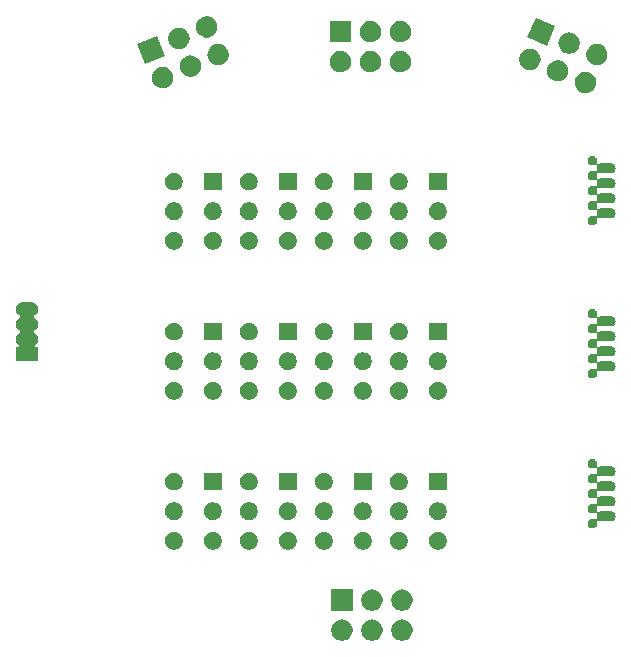
<source format=gbr>
G04 #@! TF.GenerationSoftware,KiCad,Pcbnew,(5.1.5)-3*
G04 #@! TF.CreationDate,2020-01-25T10:46:39+01:00*
G04 #@! TF.ProjectId,12bitbadge,31326269-7462-4616-9467-652e6b696361,rev?*
G04 #@! TF.SameCoordinates,Original*
G04 #@! TF.FileFunction,Soldermask,Bot*
G04 #@! TF.FilePolarity,Negative*
%FSLAX46Y46*%
G04 Gerber Fmt 4.6, Leading zero omitted, Abs format (unit mm)*
G04 Created by KiCad (PCBNEW (5.1.5)-3) date 2020-01-25 10:46:39*
%MOMM*%
%LPD*%
G04 APERTURE LIST*
%ADD10C,0.100000*%
G04 APERTURE END LIST*
D10*
G36*
X173595512Y-87876927D02*
G01*
X173744812Y-87906624D01*
X173908784Y-87974544D01*
X174056354Y-88073147D01*
X174181853Y-88198646D01*
X174280456Y-88346216D01*
X174348376Y-88510188D01*
X174383000Y-88684259D01*
X174383000Y-88861741D01*
X174348376Y-89035812D01*
X174280456Y-89199784D01*
X174181853Y-89347354D01*
X174056354Y-89472853D01*
X173908784Y-89571456D01*
X173744812Y-89639376D01*
X173595512Y-89669073D01*
X173570742Y-89674000D01*
X173393258Y-89674000D01*
X173368488Y-89669073D01*
X173219188Y-89639376D01*
X173055216Y-89571456D01*
X172907646Y-89472853D01*
X172782147Y-89347354D01*
X172683544Y-89199784D01*
X172615624Y-89035812D01*
X172581000Y-88861741D01*
X172581000Y-88684259D01*
X172615624Y-88510188D01*
X172683544Y-88346216D01*
X172782147Y-88198646D01*
X172907646Y-88073147D01*
X173055216Y-87974544D01*
X173219188Y-87906624D01*
X173368488Y-87876927D01*
X173393258Y-87872000D01*
X173570742Y-87872000D01*
X173595512Y-87876927D01*
G37*
G36*
X168515512Y-87876927D02*
G01*
X168664812Y-87906624D01*
X168828784Y-87974544D01*
X168976354Y-88073147D01*
X169101853Y-88198646D01*
X169200456Y-88346216D01*
X169268376Y-88510188D01*
X169303000Y-88684259D01*
X169303000Y-88861741D01*
X169268376Y-89035812D01*
X169200456Y-89199784D01*
X169101853Y-89347354D01*
X168976354Y-89472853D01*
X168828784Y-89571456D01*
X168664812Y-89639376D01*
X168515512Y-89669073D01*
X168490742Y-89674000D01*
X168313258Y-89674000D01*
X168288488Y-89669073D01*
X168139188Y-89639376D01*
X167975216Y-89571456D01*
X167827646Y-89472853D01*
X167702147Y-89347354D01*
X167603544Y-89199784D01*
X167535624Y-89035812D01*
X167501000Y-88861741D01*
X167501000Y-88684259D01*
X167535624Y-88510188D01*
X167603544Y-88346216D01*
X167702147Y-88198646D01*
X167827646Y-88073147D01*
X167975216Y-87974544D01*
X168139188Y-87906624D01*
X168288488Y-87876927D01*
X168313258Y-87872000D01*
X168490742Y-87872000D01*
X168515512Y-87876927D01*
G37*
G36*
X171055512Y-87876927D02*
G01*
X171204812Y-87906624D01*
X171368784Y-87974544D01*
X171516354Y-88073147D01*
X171641853Y-88198646D01*
X171740456Y-88346216D01*
X171808376Y-88510188D01*
X171843000Y-88684259D01*
X171843000Y-88861741D01*
X171808376Y-89035812D01*
X171740456Y-89199784D01*
X171641853Y-89347354D01*
X171516354Y-89472853D01*
X171368784Y-89571456D01*
X171204812Y-89639376D01*
X171055512Y-89669073D01*
X171030742Y-89674000D01*
X170853258Y-89674000D01*
X170828488Y-89669073D01*
X170679188Y-89639376D01*
X170515216Y-89571456D01*
X170367646Y-89472853D01*
X170242147Y-89347354D01*
X170143544Y-89199784D01*
X170075624Y-89035812D01*
X170041000Y-88861741D01*
X170041000Y-88684259D01*
X170075624Y-88510188D01*
X170143544Y-88346216D01*
X170242147Y-88198646D01*
X170367646Y-88073147D01*
X170515216Y-87974544D01*
X170679188Y-87906624D01*
X170828488Y-87876927D01*
X170853258Y-87872000D01*
X171030742Y-87872000D01*
X171055512Y-87876927D01*
G37*
G36*
X169303000Y-87134000D02*
G01*
X167501000Y-87134000D01*
X167501000Y-85332000D01*
X169303000Y-85332000D01*
X169303000Y-87134000D01*
G37*
G36*
X171055512Y-85336927D02*
G01*
X171204812Y-85366624D01*
X171368784Y-85434544D01*
X171516354Y-85533147D01*
X171641853Y-85658646D01*
X171740456Y-85806216D01*
X171808376Y-85970188D01*
X171843000Y-86144259D01*
X171843000Y-86321741D01*
X171808376Y-86495812D01*
X171740456Y-86659784D01*
X171641853Y-86807354D01*
X171516354Y-86932853D01*
X171368784Y-87031456D01*
X171204812Y-87099376D01*
X171055512Y-87129073D01*
X171030742Y-87134000D01*
X170853258Y-87134000D01*
X170828488Y-87129073D01*
X170679188Y-87099376D01*
X170515216Y-87031456D01*
X170367646Y-86932853D01*
X170242147Y-86807354D01*
X170143544Y-86659784D01*
X170075624Y-86495812D01*
X170041000Y-86321741D01*
X170041000Y-86144259D01*
X170075624Y-85970188D01*
X170143544Y-85806216D01*
X170242147Y-85658646D01*
X170367646Y-85533147D01*
X170515216Y-85434544D01*
X170679188Y-85366624D01*
X170828488Y-85336927D01*
X170853258Y-85332000D01*
X171030742Y-85332000D01*
X171055512Y-85336927D01*
G37*
G36*
X173595512Y-85336927D02*
G01*
X173744812Y-85366624D01*
X173908784Y-85434544D01*
X174056354Y-85533147D01*
X174181853Y-85658646D01*
X174280456Y-85806216D01*
X174348376Y-85970188D01*
X174383000Y-86144259D01*
X174383000Y-86321741D01*
X174348376Y-86495812D01*
X174280456Y-86659784D01*
X174181853Y-86807354D01*
X174056354Y-86932853D01*
X173908784Y-87031456D01*
X173744812Y-87099376D01*
X173595512Y-87129073D01*
X173570742Y-87134000D01*
X173393258Y-87134000D01*
X173368488Y-87129073D01*
X173219188Y-87099376D01*
X173055216Y-87031456D01*
X172907646Y-86932853D01*
X172782147Y-86807354D01*
X172683544Y-86659784D01*
X172615624Y-86495812D01*
X172581000Y-86321741D01*
X172581000Y-86144259D01*
X172615624Y-85970188D01*
X172683544Y-85806216D01*
X172782147Y-85658646D01*
X172907646Y-85533147D01*
X173055216Y-85434544D01*
X173219188Y-85366624D01*
X173368488Y-85336927D01*
X173393258Y-85332000D01*
X173570742Y-85332000D01*
X173595512Y-85336927D01*
G37*
G36*
X157699059Y-80477860D02*
G01*
X157835732Y-80534472D01*
X157958735Y-80616660D01*
X158063340Y-80721265D01*
X158145528Y-80844268D01*
X158202140Y-80980941D01*
X158231000Y-81126033D01*
X158231000Y-81273967D01*
X158202140Y-81419059D01*
X158145528Y-81555732D01*
X158063340Y-81678735D01*
X157958735Y-81783340D01*
X157835732Y-81865528D01*
X157835731Y-81865529D01*
X157835730Y-81865529D01*
X157699059Y-81922140D01*
X157553968Y-81951000D01*
X157406032Y-81951000D01*
X157260941Y-81922140D01*
X157124270Y-81865529D01*
X157124269Y-81865529D01*
X157124268Y-81865528D01*
X157001265Y-81783340D01*
X156896660Y-81678735D01*
X156814472Y-81555732D01*
X156757860Y-81419059D01*
X156729000Y-81273967D01*
X156729000Y-81126033D01*
X156757860Y-80980941D01*
X156814472Y-80844268D01*
X156896660Y-80721265D01*
X157001265Y-80616660D01*
X157124268Y-80534472D01*
X157260941Y-80477860D01*
X157406032Y-80449000D01*
X157553968Y-80449000D01*
X157699059Y-80477860D01*
G37*
G36*
X173449059Y-80477860D02*
G01*
X173585732Y-80534472D01*
X173708735Y-80616660D01*
X173813340Y-80721265D01*
X173895528Y-80844268D01*
X173952140Y-80980941D01*
X173981000Y-81126033D01*
X173981000Y-81273967D01*
X173952140Y-81419059D01*
X173895528Y-81555732D01*
X173813340Y-81678735D01*
X173708735Y-81783340D01*
X173585732Y-81865528D01*
X173585731Y-81865529D01*
X173585730Y-81865529D01*
X173449059Y-81922140D01*
X173303968Y-81951000D01*
X173156032Y-81951000D01*
X173010941Y-81922140D01*
X172874270Y-81865529D01*
X172874269Y-81865529D01*
X172874268Y-81865528D01*
X172751265Y-81783340D01*
X172646660Y-81678735D01*
X172564472Y-81555732D01*
X172507860Y-81419059D01*
X172479000Y-81273967D01*
X172479000Y-81126033D01*
X172507860Y-80980941D01*
X172564472Y-80844268D01*
X172646660Y-80721265D01*
X172751265Y-80616660D01*
X172874268Y-80534472D01*
X173010941Y-80477860D01*
X173156032Y-80449000D01*
X173303968Y-80449000D01*
X173449059Y-80477860D01*
G37*
G36*
X154399059Y-80477860D02*
G01*
X154535732Y-80534472D01*
X154658735Y-80616660D01*
X154763340Y-80721265D01*
X154845528Y-80844268D01*
X154902140Y-80980941D01*
X154931000Y-81126033D01*
X154931000Y-81273967D01*
X154902140Y-81419059D01*
X154845528Y-81555732D01*
X154763340Y-81678735D01*
X154658735Y-81783340D01*
X154535732Y-81865528D01*
X154535731Y-81865529D01*
X154535730Y-81865529D01*
X154399059Y-81922140D01*
X154253968Y-81951000D01*
X154106032Y-81951000D01*
X153960941Y-81922140D01*
X153824270Y-81865529D01*
X153824269Y-81865529D01*
X153824268Y-81865528D01*
X153701265Y-81783340D01*
X153596660Y-81678735D01*
X153514472Y-81555732D01*
X153457860Y-81419059D01*
X153429000Y-81273967D01*
X153429000Y-81126033D01*
X153457860Y-80980941D01*
X153514472Y-80844268D01*
X153596660Y-80721265D01*
X153701265Y-80616660D01*
X153824268Y-80534472D01*
X153960941Y-80477860D01*
X154106032Y-80449000D01*
X154253968Y-80449000D01*
X154399059Y-80477860D01*
G37*
G36*
X164049059Y-80477860D02*
G01*
X164185732Y-80534472D01*
X164308735Y-80616660D01*
X164413340Y-80721265D01*
X164495528Y-80844268D01*
X164552140Y-80980941D01*
X164581000Y-81126033D01*
X164581000Y-81273967D01*
X164552140Y-81419059D01*
X164495528Y-81555732D01*
X164413340Y-81678735D01*
X164308735Y-81783340D01*
X164185732Y-81865528D01*
X164185731Y-81865529D01*
X164185730Y-81865529D01*
X164049059Y-81922140D01*
X163903968Y-81951000D01*
X163756032Y-81951000D01*
X163610941Y-81922140D01*
X163474270Y-81865529D01*
X163474269Y-81865529D01*
X163474268Y-81865528D01*
X163351265Y-81783340D01*
X163246660Y-81678735D01*
X163164472Y-81555732D01*
X163107860Y-81419059D01*
X163079000Y-81273967D01*
X163079000Y-81126033D01*
X163107860Y-80980941D01*
X163164472Y-80844268D01*
X163246660Y-80721265D01*
X163351265Y-80616660D01*
X163474268Y-80534472D01*
X163610941Y-80477860D01*
X163756032Y-80449000D01*
X163903968Y-80449000D01*
X164049059Y-80477860D01*
G37*
G36*
X160749059Y-80477860D02*
G01*
X160885732Y-80534472D01*
X161008735Y-80616660D01*
X161113340Y-80721265D01*
X161195528Y-80844268D01*
X161252140Y-80980941D01*
X161281000Y-81126033D01*
X161281000Y-81273967D01*
X161252140Y-81419059D01*
X161195528Y-81555732D01*
X161113340Y-81678735D01*
X161008735Y-81783340D01*
X160885732Y-81865528D01*
X160885731Y-81865529D01*
X160885730Y-81865529D01*
X160749059Y-81922140D01*
X160603968Y-81951000D01*
X160456032Y-81951000D01*
X160310941Y-81922140D01*
X160174270Y-81865529D01*
X160174269Y-81865529D01*
X160174268Y-81865528D01*
X160051265Y-81783340D01*
X159946660Y-81678735D01*
X159864472Y-81555732D01*
X159807860Y-81419059D01*
X159779000Y-81273967D01*
X159779000Y-81126033D01*
X159807860Y-80980941D01*
X159864472Y-80844268D01*
X159946660Y-80721265D01*
X160051265Y-80616660D01*
X160174268Y-80534472D01*
X160310941Y-80477860D01*
X160456032Y-80449000D01*
X160603968Y-80449000D01*
X160749059Y-80477860D01*
G37*
G36*
X170399059Y-80477860D02*
G01*
X170535732Y-80534472D01*
X170658735Y-80616660D01*
X170763340Y-80721265D01*
X170845528Y-80844268D01*
X170902140Y-80980941D01*
X170931000Y-81126033D01*
X170931000Y-81273967D01*
X170902140Y-81419059D01*
X170845528Y-81555732D01*
X170763340Y-81678735D01*
X170658735Y-81783340D01*
X170535732Y-81865528D01*
X170535731Y-81865529D01*
X170535730Y-81865529D01*
X170399059Y-81922140D01*
X170253968Y-81951000D01*
X170106032Y-81951000D01*
X169960941Y-81922140D01*
X169824270Y-81865529D01*
X169824269Y-81865529D01*
X169824268Y-81865528D01*
X169701265Y-81783340D01*
X169596660Y-81678735D01*
X169514472Y-81555732D01*
X169457860Y-81419059D01*
X169429000Y-81273967D01*
X169429000Y-81126033D01*
X169457860Y-80980941D01*
X169514472Y-80844268D01*
X169596660Y-80721265D01*
X169701265Y-80616660D01*
X169824268Y-80534472D01*
X169960941Y-80477860D01*
X170106032Y-80449000D01*
X170253968Y-80449000D01*
X170399059Y-80477860D01*
G37*
G36*
X167099059Y-80477860D02*
G01*
X167235732Y-80534472D01*
X167358735Y-80616660D01*
X167463340Y-80721265D01*
X167545528Y-80844268D01*
X167602140Y-80980941D01*
X167631000Y-81126033D01*
X167631000Y-81273967D01*
X167602140Y-81419059D01*
X167545528Y-81555732D01*
X167463340Y-81678735D01*
X167358735Y-81783340D01*
X167235732Y-81865528D01*
X167235731Y-81865529D01*
X167235730Y-81865529D01*
X167099059Y-81922140D01*
X166953968Y-81951000D01*
X166806032Y-81951000D01*
X166660941Y-81922140D01*
X166524270Y-81865529D01*
X166524269Y-81865529D01*
X166524268Y-81865528D01*
X166401265Y-81783340D01*
X166296660Y-81678735D01*
X166214472Y-81555732D01*
X166157860Y-81419059D01*
X166129000Y-81273967D01*
X166129000Y-81126033D01*
X166157860Y-80980941D01*
X166214472Y-80844268D01*
X166296660Y-80721265D01*
X166401265Y-80616660D01*
X166524268Y-80534472D01*
X166660941Y-80477860D01*
X166806032Y-80449000D01*
X166953968Y-80449000D01*
X167099059Y-80477860D01*
G37*
G36*
X176749059Y-80477860D02*
G01*
X176885732Y-80534472D01*
X177008735Y-80616660D01*
X177113340Y-80721265D01*
X177195528Y-80844268D01*
X177252140Y-80980941D01*
X177281000Y-81126033D01*
X177281000Y-81273967D01*
X177252140Y-81419059D01*
X177195528Y-81555732D01*
X177113340Y-81678735D01*
X177008735Y-81783340D01*
X176885732Y-81865528D01*
X176885731Y-81865529D01*
X176885730Y-81865529D01*
X176749059Y-81922140D01*
X176603968Y-81951000D01*
X176456032Y-81951000D01*
X176310941Y-81922140D01*
X176174270Y-81865529D01*
X176174269Y-81865529D01*
X176174268Y-81865528D01*
X176051265Y-81783340D01*
X175946660Y-81678735D01*
X175864472Y-81555732D01*
X175807860Y-81419059D01*
X175779000Y-81273967D01*
X175779000Y-81126033D01*
X175807860Y-80980941D01*
X175864472Y-80844268D01*
X175946660Y-80721265D01*
X176051265Y-80616660D01*
X176174268Y-80534472D01*
X176310941Y-80477860D01*
X176456032Y-80449000D01*
X176603968Y-80449000D01*
X176749059Y-80477860D01*
G37*
G36*
X189689231Y-74282705D02*
G01*
X189727967Y-74290410D01*
X189758195Y-74302931D01*
X189800944Y-74320638D01*
X189866622Y-74364523D01*
X189922477Y-74420378D01*
X189966362Y-74486056D01*
X189996590Y-74559034D01*
X190012000Y-74636504D01*
X190012000Y-74715496D01*
X189996773Y-74792048D01*
X189994371Y-74816434D01*
X189996773Y-74840820D01*
X190003886Y-74864269D01*
X190015437Y-74885880D01*
X190030983Y-74904822D01*
X190049925Y-74920367D01*
X190071535Y-74931918D01*
X190094984Y-74939031D01*
X190119370Y-74941433D01*
X190143756Y-74939031D01*
X190167205Y-74931918D01*
X190178295Y-74926673D01*
X190242574Y-74892314D01*
X190327590Y-74866525D01*
X190393842Y-74860000D01*
X191138158Y-74860000D01*
X191204410Y-74866525D01*
X191289426Y-74892314D01*
X191367775Y-74934193D01*
X191436449Y-74990551D01*
X191492807Y-75059225D01*
X191534686Y-75137574D01*
X191560475Y-75222590D01*
X191569182Y-75311000D01*
X191560475Y-75399410D01*
X191534686Y-75484426D01*
X191492807Y-75562775D01*
X191436449Y-75631449D01*
X191367775Y-75687807D01*
X191289426Y-75729686D01*
X191204410Y-75755475D01*
X191138158Y-75762000D01*
X190393842Y-75762000D01*
X190327590Y-75755475D01*
X190242574Y-75729686D01*
X190178295Y-75695327D01*
X190155656Y-75685950D01*
X190131623Y-75681169D01*
X190107119Y-75681169D01*
X190083086Y-75685949D01*
X190060447Y-75695326D01*
X190040072Y-75708940D01*
X190022745Y-75726267D01*
X190009131Y-75746641D01*
X189999754Y-75769280D01*
X189994973Y-75793313D01*
X189994973Y-75817817D01*
X189996773Y-75829952D01*
X190012000Y-75906504D01*
X190012000Y-75985496D01*
X189996773Y-76062048D01*
X189994371Y-76086434D01*
X189996773Y-76110820D01*
X190003886Y-76134269D01*
X190015437Y-76155880D01*
X190030983Y-76174822D01*
X190049925Y-76190367D01*
X190071535Y-76201918D01*
X190094984Y-76209031D01*
X190119370Y-76211433D01*
X190143756Y-76209031D01*
X190167205Y-76201918D01*
X190178295Y-76196673D01*
X190242574Y-76162314D01*
X190327590Y-76136525D01*
X190393842Y-76130000D01*
X191138158Y-76130000D01*
X191204410Y-76136525D01*
X191289426Y-76162314D01*
X191367775Y-76204193D01*
X191436449Y-76260551D01*
X191492807Y-76329225D01*
X191534686Y-76407574D01*
X191560475Y-76492590D01*
X191569182Y-76581000D01*
X191560475Y-76669410D01*
X191534686Y-76754426D01*
X191492807Y-76832775D01*
X191436449Y-76901449D01*
X191367775Y-76957807D01*
X191289426Y-76999686D01*
X191204410Y-77025475D01*
X191138158Y-77032000D01*
X190393842Y-77032000D01*
X190327590Y-77025475D01*
X190242574Y-76999686D01*
X190178295Y-76965327D01*
X190155656Y-76955950D01*
X190131623Y-76951169D01*
X190107119Y-76951169D01*
X190083086Y-76955949D01*
X190060447Y-76965326D01*
X190040072Y-76978940D01*
X190022745Y-76996267D01*
X190009131Y-77016641D01*
X189999754Y-77039280D01*
X189994973Y-77063313D01*
X189994973Y-77087817D01*
X189996773Y-77099952D01*
X190012000Y-77176504D01*
X190012000Y-77255496D01*
X189996773Y-77332048D01*
X189994371Y-77356434D01*
X189996773Y-77380820D01*
X190003886Y-77404269D01*
X190015437Y-77425880D01*
X190030983Y-77444822D01*
X190049925Y-77460367D01*
X190071535Y-77471918D01*
X190094984Y-77479031D01*
X190119370Y-77481433D01*
X190143756Y-77479031D01*
X190167205Y-77471918D01*
X190178295Y-77466673D01*
X190242574Y-77432314D01*
X190327590Y-77406525D01*
X190393842Y-77400000D01*
X191138158Y-77400000D01*
X191204410Y-77406525D01*
X191289426Y-77432314D01*
X191367775Y-77474193D01*
X191436449Y-77530551D01*
X191492807Y-77599225D01*
X191534686Y-77677574D01*
X191560475Y-77762590D01*
X191569182Y-77851000D01*
X191560475Y-77939410D01*
X191534686Y-78024426D01*
X191492807Y-78102775D01*
X191436449Y-78171449D01*
X191367775Y-78227807D01*
X191289426Y-78269686D01*
X191204410Y-78295475D01*
X191138158Y-78302000D01*
X190393842Y-78302000D01*
X190327590Y-78295475D01*
X190242574Y-78269686D01*
X190178295Y-78235327D01*
X190155656Y-78225950D01*
X190131623Y-78221169D01*
X190107119Y-78221169D01*
X190083086Y-78225949D01*
X190060447Y-78235326D01*
X190040072Y-78248940D01*
X190022745Y-78266267D01*
X190009131Y-78286641D01*
X189999754Y-78309280D01*
X189994973Y-78333313D01*
X189994973Y-78357817D01*
X189996773Y-78369952D01*
X190012000Y-78446504D01*
X190012000Y-78525496D01*
X189996773Y-78602048D01*
X189994371Y-78626434D01*
X189996773Y-78650820D01*
X190003886Y-78674269D01*
X190015437Y-78695880D01*
X190030983Y-78714822D01*
X190049925Y-78730367D01*
X190071535Y-78741918D01*
X190094984Y-78749031D01*
X190119370Y-78751433D01*
X190143756Y-78749031D01*
X190167205Y-78741918D01*
X190178295Y-78736673D01*
X190242574Y-78702314D01*
X190327590Y-78676525D01*
X190393842Y-78670000D01*
X191138158Y-78670000D01*
X191204410Y-78676525D01*
X191289426Y-78702314D01*
X191367775Y-78744193D01*
X191436449Y-78800551D01*
X191492807Y-78869225D01*
X191534686Y-78947574D01*
X191560475Y-79032590D01*
X191569182Y-79121000D01*
X191560475Y-79209410D01*
X191534686Y-79294426D01*
X191492807Y-79372775D01*
X191436449Y-79441449D01*
X191367775Y-79497807D01*
X191289426Y-79539686D01*
X191204410Y-79565475D01*
X191138158Y-79572000D01*
X190393842Y-79572000D01*
X190327590Y-79565475D01*
X190242574Y-79539686D01*
X190178295Y-79505327D01*
X190155656Y-79495950D01*
X190131623Y-79491169D01*
X190107119Y-79491169D01*
X190083086Y-79495949D01*
X190060447Y-79505326D01*
X190040072Y-79518940D01*
X190022745Y-79536267D01*
X190009131Y-79556641D01*
X189999754Y-79579280D01*
X189994973Y-79603313D01*
X189994973Y-79627817D01*
X189996773Y-79639952D01*
X190012000Y-79716504D01*
X190012000Y-79795496D01*
X189996590Y-79872966D01*
X189966362Y-79945944D01*
X189922477Y-80011622D01*
X189866622Y-80067477D01*
X189800944Y-80111362D01*
X189758195Y-80129069D01*
X189727967Y-80141590D01*
X189689231Y-80149295D01*
X189650496Y-80157000D01*
X189571504Y-80157000D01*
X189532769Y-80149295D01*
X189494033Y-80141590D01*
X189463805Y-80129069D01*
X189421056Y-80111362D01*
X189355378Y-80067477D01*
X189299523Y-80011622D01*
X189255638Y-79945944D01*
X189225410Y-79872966D01*
X189210000Y-79795496D01*
X189210000Y-79716504D01*
X189225410Y-79639034D01*
X189255638Y-79566056D01*
X189299523Y-79500378D01*
X189355378Y-79444523D01*
X189421056Y-79400638D01*
X189464657Y-79382578D01*
X189494033Y-79370410D01*
X189532769Y-79362705D01*
X189571504Y-79355000D01*
X189650496Y-79355000D01*
X189689231Y-79362705D01*
X189727967Y-79370410D01*
X189800945Y-79400639D01*
X189800946Y-79400640D01*
X189805133Y-79402374D01*
X189818775Y-79409666D01*
X189842224Y-79416781D01*
X189866609Y-79419184D01*
X189890996Y-79416784D01*
X189914445Y-79409672D01*
X189936056Y-79398122D01*
X189954999Y-79382578D01*
X189970546Y-79363637D01*
X189982098Y-79342027D01*
X189989213Y-79318578D01*
X189991616Y-79294193D01*
X189989216Y-79269806D01*
X189986234Y-79257900D01*
X189971525Y-79209410D01*
X189962818Y-79121000D01*
X189971525Y-79032590D01*
X189986234Y-78984100D01*
X189991014Y-78960066D01*
X189991014Y-78935562D01*
X189986233Y-78911529D01*
X189976856Y-78888890D01*
X189963242Y-78868516D01*
X189945915Y-78851189D01*
X189925540Y-78837575D01*
X189902902Y-78828198D01*
X189878868Y-78823418D01*
X189854364Y-78823418D01*
X189830331Y-78828199D01*
X189807692Y-78837576D01*
X189802343Y-78840782D01*
X189800945Y-78841361D01*
X189727967Y-78871590D01*
X189689231Y-78879295D01*
X189650496Y-78887000D01*
X189571504Y-78887000D01*
X189532769Y-78879295D01*
X189494033Y-78871590D01*
X189444781Y-78851189D01*
X189421056Y-78841362D01*
X189355378Y-78797477D01*
X189299523Y-78741622D01*
X189255638Y-78675944D01*
X189235131Y-78626434D01*
X189225410Y-78602967D01*
X189210000Y-78525495D01*
X189210000Y-78446505D01*
X189225410Y-78369033D01*
X189253176Y-78302000D01*
X189255638Y-78296056D01*
X189299523Y-78230378D01*
X189355378Y-78174523D01*
X189421056Y-78130638D01*
X189464657Y-78112578D01*
X189494033Y-78100410D01*
X189532769Y-78092705D01*
X189571504Y-78085000D01*
X189650496Y-78085000D01*
X189689231Y-78092705D01*
X189727967Y-78100410D01*
X189800945Y-78130639D01*
X189800946Y-78130640D01*
X189805133Y-78132374D01*
X189818775Y-78139666D01*
X189842224Y-78146781D01*
X189866609Y-78149184D01*
X189890996Y-78146784D01*
X189914445Y-78139672D01*
X189936056Y-78128122D01*
X189954999Y-78112578D01*
X189970546Y-78093637D01*
X189982098Y-78072027D01*
X189989213Y-78048578D01*
X189991616Y-78024193D01*
X189989216Y-77999806D01*
X189986234Y-77987900D01*
X189971525Y-77939410D01*
X189962818Y-77851000D01*
X189971525Y-77762590D01*
X189986234Y-77714100D01*
X189991014Y-77690066D01*
X189991014Y-77665562D01*
X189986233Y-77641529D01*
X189976856Y-77618890D01*
X189963242Y-77598516D01*
X189945915Y-77581189D01*
X189925540Y-77567575D01*
X189902902Y-77558198D01*
X189878868Y-77553418D01*
X189854364Y-77553418D01*
X189830331Y-77558199D01*
X189807692Y-77567576D01*
X189802343Y-77570782D01*
X189800945Y-77571361D01*
X189727967Y-77601590D01*
X189689231Y-77609295D01*
X189650496Y-77617000D01*
X189571504Y-77617000D01*
X189532769Y-77609295D01*
X189494033Y-77601590D01*
X189444781Y-77581189D01*
X189421056Y-77571362D01*
X189355378Y-77527477D01*
X189299523Y-77471622D01*
X189255638Y-77405944D01*
X189225410Y-77332966D01*
X189210000Y-77255496D01*
X189210000Y-77176504D01*
X189225410Y-77099034D01*
X189255638Y-77026056D01*
X189299523Y-76960378D01*
X189355378Y-76904523D01*
X189421056Y-76860638D01*
X189464657Y-76842578D01*
X189494033Y-76830410D01*
X189532769Y-76822705D01*
X189571504Y-76815000D01*
X189650496Y-76815000D01*
X189689231Y-76822705D01*
X189727967Y-76830410D01*
X189800945Y-76860639D01*
X189800946Y-76860640D01*
X189805133Y-76862374D01*
X189818775Y-76869666D01*
X189842224Y-76876781D01*
X189866609Y-76879184D01*
X189890996Y-76876784D01*
X189914445Y-76869672D01*
X189936056Y-76858122D01*
X189954999Y-76842578D01*
X189970546Y-76823637D01*
X189982098Y-76802027D01*
X189989213Y-76778578D01*
X189991616Y-76754193D01*
X189989216Y-76729806D01*
X189986234Y-76717900D01*
X189971525Y-76669410D01*
X189962818Y-76581000D01*
X189971525Y-76492590D01*
X189986234Y-76444100D01*
X189991014Y-76420066D01*
X189991014Y-76395562D01*
X189986233Y-76371529D01*
X189976856Y-76348890D01*
X189963242Y-76328516D01*
X189945915Y-76311189D01*
X189925540Y-76297575D01*
X189902902Y-76288198D01*
X189878868Y-76283418D01*
X189854364Y-76283418D01*
X189830331Y-76288199D01*
X189807692Y-76297576D01*
X189802343Y-76300782D01*
X189800945Y-76301361D01*
X189727967Y-76331590D01*
X189689231Y-76339295D01*
X189650496Y-76347000D01*
X189571504Y-76347000D01*
X189532769Y-76339295D01*
X189494033Y-76331590D01*
X189444781Y-76311189D01*
X189421056Y-76301362D01*
X189355378Y-76257477D01*
X189299523Y-76201622D01*
X189255638Y-76135944D01*
X189225410Y-76062966D01*
X189210000Y-75985496D01*
X189210000Y-75906504D01*
X189225410Y-75829034D01*
X189255638Y-75756056D01*
X189299523Y-75690378D01*
X189355378Y-75634523D01*
X189421056Y-75590638D01*
X189464657Y-75572578D01*
X189494033Y-75560410D01*
X189532769Y-75552705D01*
X189571504Y-75545000D01*
X189650496Y-75545000D01*
X189689231Y-75552705D01*
X189727967Y-75560410D01*
X189800945Y-75590639D01*
X189800946Y-75590640D01*
X189805133Y-75592374D01*
X189818775Y-75599666D01*
X189842224Y-75606781D01*
X189866609Y-75609184D01*
X189890996Y-75606784D01*
X189914445Y-75599672D01*
X189936056Y-75588122D01*
X189954999Y-75572578D01*
X189970546Y-75553637D01*
X189982098Y-75532027D01*
X189989213Y-75508578D01*
X189991616Y-75484193D01*
X189989216Y-75459806D01*
X189986234Y-75447900D01*
X189971525Y-75399410D01*
X189962818Y-75311000D01*
X189971525Y-75222590D01*
X189986234Y-75174100D01*
X189991014Y-75150066D01*
X189991014Y-75125562D01*
X189986233Y-75101529D01*
X189976856Y-75078890D01*
X189963242Y-75058516D01*
X189945915Y-75041189D01*
X189925540Y-75027575D01*
X189902902Y-75018198D01*
X189878868Y-75013418D01*
X189854364Y-75013418D01*
X189830331Y-75018199D01*
X189807692Y-75027576D01*
X189802343Y-75030782D01*
X189800945Y-75031361D01*
X189727967Y-75061590D01*
X189689231Y-75069295D01*
X189650496Y-75077000D01*
X189571504Y-75077000D01*
X189532769Y-75069295D01*
X189494033Y-75061590D01*
X189444781Y-75041189D01*
X189421056Y-75031362D01*
X189355378Y-74987477D01*
X189299523Y-74931622D01*
X189255638Y-74865944D01*
X189225410Y-74792966D01*
X189210000Y-74715496D01*
X189210000Y-74636504D01*
X189225410Y-74559034D01*
X189255638Y-74486056D01*
X189299523Y-74420378D01*
X189355378Y-74364523D01*
X189421056Y-74320638D01*
X189463805Y-74302931D01*
X189494033Y-74290410D01*
X189532769Y-74282705D01*
X189571504Y-74275000D01*
X189650496Y-74275000D01*
X189689231Y-74282705D01*
G37*
G36*
X173449059Y-77977860D02*
G01*
X173561477Y-78024425D01*
X173585732Y-78034472D01*
X173708735Y-78116660D01*
X173813340Y-78221265D01*
X173888208Y-78333313D01*
X173895529Y-78344270D01*
X173906167Y-78369952D01*
X173952140Y-78480941D01*
X173981000Y-78626033D01*
X173981000Y-78773967D01*
X173952140Y-78919059D01*
X173895528Y-79055732D01*
X173813340Y-79178735D01*
X173708735Y-79283340D01*
X173585732Y-79365528D01*
X173585731Y-79365529D01*
X173585730Y-79365529D01*
X173449059Y-79422140D01*
X173303968Y-79451000D01*
X173156032Y-79451000D01*
X173010941Y-79422140D01*
X172874270Y-79365529D01*
X172874269Y-79365529D01*
X172874268Y-79365528D01*
X172751265Y-79283340D01*
X172646660Y-79178735D01*
X172564472Y-79055732D01*
X172507860Y-78919059D01*
X172479000Y-78773967D01*
X172479000Y-78626033D01*
X172507860Y-78480941D01*
X172553833Y-78369952D01*
X172564471Y-78344270D01*
X172571792Y-78333313D01*
X172646660Y-78221265D01*
X172751265Y-78116660D01*
X172874268Y-78034472D01*
X172898524Y-78024425D01*
X173010941Y-77977860D01*
X173156032Y-77949000D01*
X173303968Y-77949000D01*
X173449059Y-77977860D01*
G37*
G36*
X154399059Y-77977860D02*
G01*
X154511477Y-78024425D01*
X154535732Y-78034472D01*
X154658735Y-78116660D01*
X154763340Y-78221265D01*
X154838208Y-78333313D01*
X154845529Y-78344270D01*
X154856167Y-78369952D01*
X154902140Y-78480941D01*
X154931000Y-78626033D01*
X154931000Y-78773967D01*
X154902140Y-78919059D01*
X154845528Y-79055732D01*
X154763340Y-79178735D01*
X154658735Y-79283340D01*
X154535732Y-79365528D01*
X154535731Y-79365529D01*
X154535730Y-79365529D01*
X154399059Y-79422140D01*
X154253968Y-79451000D01*
X154106032Y-79451000D01*
X153960941Y-79422140D01*
X153824270Y-79365529D01*
X153824269Y-79365529D01*
X153824268Y-79365528D01*
X153701265Y-79283340D01*
X153596660Y-79178735D01*
X153514472Y-79055732D01*
X153457860Y-78919059D01*
X153429000Y-78773967D01*
X153429000Y-78626033D01*
X153457860Y-78480941D01*
X153503833Y-78369952D01*
X153514471Y-78344270D01*
X153521792Y-78333313D01*
X153596660Y-78221265D01*
X153701265Y-78116660D01*
X153824268Y-78034472D01*
X153848524Y-78024425D01*
X153960941Y-77977860D01*
X154106032Y-77949000D01*
X154253968Y-77949000D01*
X154399059Y-77977860D01*
G37*
G36*
X164049059Y-77977860D02*
G01*
X164161477Y-78024425D01*
X164185732Y-78034472D01*
X164308735Y-78116660D01*
X164413340Y-78221265D01*
X164488208Y-78333313D01*
X164495529Y-78344270D01*
X164506167Y-78369952D01*
X164552140Y-78480941D01*
X164581000Y-78626033D01*
X164581000Y-78773967D01*
X164552140Y-78919059D01*
X164495528Y-79055732D01*
X164413340Y-79178735D01*
X164308735Y-79283340D01*
X164185732Y-79365528D01*
X164185731Y-79365529D01*
X164185730Y-79365529D01*
X164049059Y-79422140D01*
X163903968Y-79451000D01*
X163756032Y-79451000D01*
X163610941Y-79422140D01*
X163474270Y-79365529D01*
X163474269Y-79365529D01*
X163474268Y-79365528D01*
X163351265Y-79283340D01*
X163246660Y-79178735D01*
X163164472Y-79055732D01*
X163107860Y-78919059D01*
X163079000Y-78773967D01*
X163079000Y-78626033D01*
X163107860Y-78480941D01*
X163153833Y-78369952D01*
X163164471Y-78344270D01*
X163171792Y-78333313D01*
X163246660Y-78221265D01*
X163351265Y-78116660D01*
X163474268Y-78034472D01*
X163498524Y-78024425D01*
X163610941Y-77977860D01*
X163756032Y-77949000D01*
X163903968Y-77949000D01*
X164049059Y-77977860D01*
G37*
G36*
X176749059Y-77977860D02*
G01*
X176861477Y-78024425D01*
X176885732Y-78034472D01*
X177008735Y-78116660D01*
X177113340Y-78221265D01*
X177188208Y-78333313D01*
X177195529Y-78344270D01*
X177206167Y-78369952D01*
X177252140Y-78480941D01*
X177281000Y-78626033D01*
X177281000Y-78773967D01*
X177252140Y-78919059D01*
X177195528Y-79055732D01*
X177113340Y-79178735D01*
X177008735Y-79283340D01*
X176885732Y-79365528D01*
X176885731Y-79365529D01*
X176885730Y-79365529D01*
X176749059Y-79422140D01*
X176603968Y-79451000D01*
X176456032Y-79451000D01*
X176310941Y-79422140D01*
X176174270Y-79365529D01*
X176174269Y-79365529D01*
X176174268Y-79365528D01*
X176051265Y-79283340D01*
X175946660Y-79178735D01*
X175864472Y-79055732D01*
X175807860Y-78919059D01*
X175779000Y-78773967D01*
X175779000Y-78626033D01*
X175807860Y-78480941D01*
X175853833Y-78369952D01*
X175864471Y-78344270D01*
X175871792Y-78333313D01*
X175946660Y-78221265D01*
X176051265Y-78116660D01*
X176174268Y-78034472D01*
X176198524Y-78024425D01*
X176310941Y-77977860D01*
X176456032Y-77949000D01*
X176603968Y-77949000D01*
X176749059Y-77977860D01*
G37*
G36*
X157699059Y-77977860D02*
G01*
X157811477Y-78024425D01*
X157835732Y-78034472D01*
X157958735Y-78116660D01*
X158063340Y-78221265D01*
X158138208Y-78333313D01*
X158145529Y-78344270D01*
X158156167Y-78369952D01*
X158202140Y-78480941D01*
X158231000Y-78626033D01*
X158231000Y-78773967D01*
X158202140Y-78919059D01*
X158145528Y-79055732D01*
X158063340Y-79178735D01*
X157958735Y-79283340D01*
X157835732Y-79365528D01*
X157835731Y-79365529D01*
X157835730Y-79365529D01*
X157699059Y-79422140D01*
X157553968Y-79451000D01*
X157406032Y-79451000D01*
X157260941Y-79422140D01*
X157124270Y-79365529D01*
X157124269Y-79365529D01*
X157124268Y-79365528D01*
X157001265Y-79283340D01*
X156896660Y-79178735D01*
X156814472Y-79055732D01*
X156757860Y-78919059D01*
X156729000Y-78773967D01*
X156729000Y-78626033D01*
X156757860Y-78480941D01*
X156803833Y-78369952D01*
X156814471Y-78344270D01*
X156821792Y-78333313D01*
X156896660Y-78221265D01*
X157001265Y-78116660D01*
X157124268Y-78034472D01*
X157148524Y-78024425D01*
X157260941Y-77977860D01*
X157406032Y-77949000D01*
X157553968Y-77949000D01*
X157699059Y-77977860D01*
G37*
G36*
X160749059Y-77977860D02*
G01*
X160861477Y-78024425D01*
X160885732Y-78034472D01*
X161008735Y-78116660D01*
X161113340Y-78221265D01*
X161188208Y-78333313D01*
X161195529Y-78344270D01*
X161206167Y-78369952D01*
X161252140Y-78480941D01*
X161281000Y-78626033D01*
X161281000Y-78773967D01*
X161252140Y-78919059D01*
X161195528Y-79055732D01*
X161113340Y-79178735D01*
X161008735Y-79283340D01*
X160885732Y-79365528D01*
X160885731Y-79365529D01*
X160885730Y-79365529D01*
X160749059Y-79422140D01*
X160603968Y-79451000D01*
X160456032Y-79451000D01*
X160310941Y-79422140D01*
X160174270Y-79365529D01*
X160174269Y-79365529D01*
X160174268Y-79365528D01*
X160051265Y-79283340D01*
X159946660Y-79178735D01*
X159864472Y-79055732D01*
X159807860Y-78919059D01*
X159779000Y-78773967D01*
X159779000Y-78626033D01*
X159807860Y-78480941D01*
X159853833Y-78369952D01*
X159864471Y-78344270D01*
X159871792Y-78333313D01*
X159946660Y-78221265D01*
X160051265Y-78116660D01*
X160174268Y-78034472D01*
X160198524Y-78024425D01*
X160310941Y-77977860D01*
X160456032Y-77949000D01*
X160603968Y-77949000D01*
X160749059Y-77977860D01*
G37*
G36*
X167099059Y-77977860D02*
G01*
X167211477Y-78024425D01*
X167235732Y-78034472D01*
X167358735Y-78116660D01*
X167463340Y-78221265D01*
X167538208Y-78333313D01*
X167545529Y-78344270D01*
X167556167Y-78369952D01*
X167602140Y-78480941D01*
X167631000Y-78626033D01*
X167631000Y-78773967D01*
X167602140Y-78919059D01*
X167545528Y-79055732D01*
X167463340Y-79178735D01*
X167358735Y-79283340D01*
X167235732Y-79365528D01*
X167235731Y-79365529D01*
X167235730Y-79365529D01*
X167099059Y-79422140D01*
X166953968Y-79451000D01*
X166806032Y-79451000D01*
X166660941Y-79422140D01*
X166524270Y-79365529D01*
X166524269Y-79365529D01*
X166524268Y-79365528D01*
X166401265Y-79283340D01*
X166296660Y-79178735D01*
X166214472Y-79055732D01*
X166157860Y-78919059D01*
X166129000Y-78773967D01*
X166129000Y-78626033D01*
X166157860Y-78480941D01*
X166203833Y-78369952D01*
X166214471Y-78344270D01*
X166221792Y-78333313D01*
X166296660Y-78221265D01*
X166401265Y-78116660D01*
X166524268Y-78034472D01*
X166548524Y-78024425D01*
X166660941Y-77977860D01*
X166806032Y-77949000D01*
X166953968Y-77949000D01*
X167099059Y-77977860D01*
G37*
G36*
X170399059Y-77977860D02*
G01*
X170511477Y-78024425D01*
X170535732Y-78034472D01*
X170658735Y-78116660D01*
X170763340Y-78221265D01*
X170838208Y-78333313D01*
X170845529Y-78344270D01*
X170856167Y-78369952D01*
X170902140Y-78480941D01*
X170931000Y-78626033D01*
X170931000Y-78773967D01*
X170902140Y-78919059D01*
X170845528Y-79055732D01*
X170763340Y-79178735D01*
X170658735Y-79283340D01*
X170535732Y-79365528D01*
X170535731Y-79365529D01*
X170535730Y-79365529D01*
X170399059Y-79422140D01*
X170253968Y-79451000D01*
X170106032Y-79451000D01*
X169960941Y-79422140D01*
X169824270Y-79365529D01*
X169824269Y-79365529D01*
X169824268Y-79365528D01*
X169701265Y-79283340D01*
X169596660Y-79178735D01*
X169514472Y-79055732D01*
X169457860Y-78919059D01*
X169429000Y-78773967D01*
X169429000Y-78626033D01*
X169457860Y-78480941D01*
X169503833Y-78369952D01*
X169514471Y-78344270D01*
X169521792Y-78333313D01*
X169596660Y-78221265D01*
X169701265Y-78116660D01*
X169824268Y-78034472D01*
X169848524Y-78024425D01*
X169960941Y-77977860D01*
X170106032Y-77949000D01*
X170253968Y-77949000D01*
X170399059Y-77977860D01*
G37*
G36*
X167099059Y-75477860D02*
G01*
X167229830Y-75532027D01*
X167235732Y-75534472D01*
X167358735Y-75616660D01*
X167463340Y-75721265D01*
X167511481Y-75793313D01*
X167545529Y-75844270D01*
X167602140Y-75980941D01*
X167631000Y-76126032D01*
X167631000Y-76273968D01*
X167628169Y-76288199D01*
X167602140Y-76419059D01*
X167545528Y-76555732D01*
X167463340Y-76678735D01*
X167358735Y-76783340D01*
X167235732Y-76865528D01*
X167235731Y-76865529D01*
X167235730Y-76865529D01*
X167099059Y-76922140D01*
X166953968Y-76951000D01*
X166806032Y-76951000D01*
X166660941Y-76922140D01*
X166524270Y-76865529D01*
X166524269Y-76865529D01*
X166524268Y-76865528D01*
X166401265Y-76783340D01*
X166296660Y-76678735D01*
X166214472Y-76555732D01*
X166157860Y-76419059D01*
X166131831Y-76288199D01*
X166129000Y-76273968D01*
X166129000Y-76126032D01*
X166157860Y-75980941D01*
X166214471Y-75844270D01*
X166248519Y-75793313D01*
X166296660Y-75721265D01*
X166401265Y-75616660D01*
X166524268Y-75534472D01*
X166530171Y-75532027D01*
X166660941Y-75477860D01*
X166806032Y-75449000D01*
X166953968Y-75449000D01*
X167099059Y-75477860D01*
G37*
G36*
X177281000Y-76951000D02*
G01*
X175779000Y-76951000D01*
X175779000Y-75449000D01*
X177281000Y-75449000D01*
X177281000Y-76951000D01*
G37*
G36*
X170931000Y-76951000D02*
G01*
X169429000Y-76951000D01*
X169429000Y-75449000D01*
X170931000Y-75449000D01*
X170931000Y-76951000D01*
G37*
G36*
X160749059Y-75477860D02*
G01*
X160879830Y-75532027D01*
X160885732Y-75534472D01*
X161008735Y-75616660D01*
X161113340Y-75721265D01*
X161161481Y-75793313D01*
X161195529Y-75844270D01*
X161252140Y-75980941D01*
X161281000Y-76126032D01*
X161281000Y-76273968D01*
X161278169Y-76288199D01*
X161252140Y-76419059D01*
X161195528Y-76555732D01*
X161113340Y-76678735D01*
X161008735Y-76783340D01*
X160885732Y-76865528D01*
X160885731Y-76865529D01*
X160885730Y-76865529D01*
X160749059Y-76922140D01*
X160603968Y-76951000D01*
X160456032Y-76951000D01*
X160310941Y-76922140D01*
X160174270Y-76865529D01*
X160174269Y-76865529D01*
X160174268Y-76865528D01*
X160051265Y-76783340D01*
X159946660Y-76678735D01*
X159864472Y-76555732D01*
X159807860Y-76419059D01*
X159781831Y-76288199D01*
X159779000Y-76273968D01*
X159779000Y-76126032D01*
X159807860Y-75980941D01*
X159864471Y-75844270D01*
X159898519Y-75793313D01*
X159946660Y-75721265D01*
X160051265Y-75616660D01*
X160174268Y-75534472D01*
X160180171Y-75532027D01*
X160310941Y-75477860D01*
X160456032Y-75449000D01*
X160603968Y-75449000D01*
X160749059Y-75477860D01*
G37*
G36*
X164581000Y-76951000D02*
G01*
X163079000Y-76951000D01*
X163079000Y-75449000D01*
X164581000Y-75449000D01*
X164581000Y-76951000D01*
G37*
G36*
X158231000Y-76951000D02*
G01*
X156729000Y-76951000D01*
X156729000Y-75449000D01*
X158231000Y-75449000D01*
X158231000Y-76951000D01*
G37*
G36*
X154399059Y-75477860D02*
G01*
X154529830Y-75532027D01*
X154535732Y-75534472D01*
X154658735Y-75616660D01*
X154763340Y-75721265D01*
X154811481Y-75793313D01*
X154845529Y-75844270D01*
X154902140Y-75980941D01*
X154931000Y-76126032D01*
X154931000Y-76273968D01*
X154928169Y-76288199D01*
X154902140Y-76419059D01*
X154845528Y-76555732D01*
X154763340Y-76678735D01*
X154658735Y-76783340D01*
X154535732Y-76865528D01*
X154535731Y-76865529D01*
X154535730Y-76865529D01*
X154399059Y-76922140D01*
X154253968Y-76951000D01*
X154106032Y-76951000D01*
X153960941Y-76922140D01*
X153824270Y-76865529D01*
X153824269Y-76865529D01*
X153824268Y-76865528D01*
X153701265Y-76783340D01*
X153596660Y-76678735D01*
X153514472Y-76555732D01*
X153457860Y-76419059D01*
X153431831Y-76288199D01*
X153429000Y-76273968D01*
X153429000Y-76126032D01*
X153457860Y-75980941D01*
X153514471Y-75844270D01*
X153548519Y-75793313D01*
X153596660Y-75721265D01*
X153701265Y-75616660D01*
X153824268Y-75534472D01*
X153830171Y-75532027D01*
X153960941Y-75477860D01*
X154106032Y-75449000D01*
X154253968Y-75449000D01*
X154399059Y-75477860D01*
G37*
G36*
X173449059Y-75477860D02*
G01*
X173579830Y-75532027D01*
X173585732Y-75534472D01*
X173708735Y-75616660D01*
X173813340Y-75721265D01*
X173861481Y-75793313D01*
X173895529Y-75844270D01*
X173952140Y-75980941D01*
X173981000Y-76126032D01*
X173981000Y-76273968D01*
X173978169Y-76288199D01*
X173952140Y-76419059D01*
X173895528Y-76555732D01*
X173813340Y-76678735D01*
X173708735Y-76783340D01*
X173585732Y-76865528D01*
X173585731Y-76865529D01*
X173585730Y-76865529D01*
X173449059Y-76922140D01*
X173303968Y-76951000D01*
X173156032Y-76951000D01*
X173010941Y-76922140D01*
X172874270Y-76865529D01*
X172874269Y-76865529D01*
X172874268Y-76865528D01*
X172751265Y-76783340D01*
X172646660Y-76678735D01*
X172564472Y-76555732D01*
X172507860Y-76419059D01*
X172481831Y-76288199D01*
X172479000Y-76273968D01*
X172479000Y-76126032D01*
X172507860Y-75980941D01*
X172564471Y-75844270D01*
X172598519Y-75793313D01*
X172646660Y-75721265D01*
X172751265Y-75616660D01*
X172874268Y-75534472D01*
X172880171Y-75532027D01*
X173010941Y-75477860D01*
X173156032Y-75449000D01*
X173303968Y-75449000D01*
X173449059Y-75477860D01*
G37*
G36*
X170399059Y-67777860D02*
G01*
X170535732Y-67834472D01*
X170658735Y-67916660D01*
X170763340Y-68021265D01*
X170845528Y-68144268D01*
X170902140Y-68280941D01*
X170931000Y-68426033D01*
X170931000Y-68573967D01*
X170902140Y-68719059D01*
X170845528Y-68855732D01*
X170763340Y-68978735D01*
X170658735Y-69083340D01*
X170535732Y-69165528D01*
X170535731Y-69165529D01*
X170535730Y-69165529D01*
X170399059Y-69222140D01*
X170253968Y-69251000D01*
X170106032Y-69251000D01*
X169960941Y-69222140D01*
X169824270Y-69165529D01*
X169824269Y-69165529D01*
X169824268Y-69165528D01*
X169701265Y-69083340D01*
X169596660Y-68978735D01*
X169514472Y-68855732D01*
X169457860Y-68719059D01*
X169429000Y-68573967D01*
X169429000Y-68426033D01*
X169457860Y-68280941D01*
X169514472Y-68144268D01*
X169596660Y-68021265D01*
X169701265Y-67916660D01*
X169824268Y-67834472D01*
X169960941Y-67777860D01*
X170106032Y-67749000D01*
X170253968Y-67749000D01*
X170399059Y-67777860D01*
G37*
G36*
X164049059Y-67777860D02*
G01*
X164185732Y-67834472D01*
X164308735Y-67916660D01*
X164413340Y-68021265D01*
X164495528Y-68144268D01*
X164552140Y-68280941D01*
X164581000Y-68426033D01*
X164581000Y-68573967D01*
X164552140Y-68719059D01*
X164495528Y-68855732D01*
X164413340Y-68978735D01*
X164308735Y-69083340D01*
X164185732Y-69165528D01*
X164185731Y-69165529D01*
X164185730Y-69165529D01*
X164049059Y-69222140D01*
X163903968Y-69251000D01*
X163756032Y-69251000D01*
X163610941Y-69222140D01*
X163474270Y-69165529D01*
X163474269Y-69165529D01*
X163474268Y-69165528D01*
X163351265Y-69083340D01*
X163246660Y-68978735D01*
X163164472Y-68855732D01*
X163107860Y-68719059D01*
X163079000Y-68573967D01*
X163079000Y-68426033D01*
X163107860Y-68280941D01*
X163164472Y-68144268D01*
X163246660Y-68021265D01*
X163351265Y-67916660D01*
X163474268Y-67834472D01*
X163610941Y-67777860D01*
X163756032Y-67749000D01*
X163903968Y-67749000D01*
X164049059Y-67777860D01*
G37*
G36*
X167099059Y-67777860D02*
G01*
X167235732Y-67834472D01*
X167358735Y-67916660D01*
X167463340Y-68021265D01*
X167545528Y-68144268D01*
X167602140Y-68280941D01*
X167631000Y-68426033D01*
X167631000Y-68573967D01*
X167602140Y-68719059D01*
X167545528Y-68855732D01*
X167463340Y-68978735D01*
X167358735Y-69083340D01*
X167235732Y-69165528D01*
X167235731Y-69165529D01*
X167235730Y-69165529D01*
X167099059Y-69222140D01*
X166953968Y-69251000D01*
X166806032Y-69251000D01*
X166660941Y-69222140D01*
X166524270Y-69165529D01*
X166524269Y-69165529D01*
X166524268Y-69165528D01*
X166401265Y-69083340D01*
X166296660Y-68978735D01*
X166214472Y-68855732D01*
X166157860Y-68719059D01*
X166129000Y-68573967D01*
X166129000Y-68426033D01*
X166157860Y-68280941D01*
X166214472Y-68144268D01*
X166296660Y-68021265D01*
X166401265Y-67916660D01*
X166524268Y-67834472D01*
X166660941Y-67777860D01*
X166806032Y-67749000D01*
X166953968Y-67749000D01*
X167099059Y-67777860D01*
G37*
G36*
X157699059Y-67777860D02*
G01*
X157835732Y-67834472D01*
X157958735Y-67916660D01*
X158063340Y-68021265D01*
X158145528Y-68144268D01*
X158202140Y-68280941D01*
X158231000Y-68426033D01*
X158231000Y-68573967D01*
X158202140Y-68719059D01*
X158145528Y-68855732D01*
X158063340Y-68978735D01*
X157958735Y-69083340D01*
X157835732Y-69165528D01*
X157835731Y-69165529D01*
X157835730Y-69165529D01*
X157699059Y-69222140D01*
X157553968Y-69251000D01*
X157406032Y-69251000D01*
X157260941Y-69222140D01*
X157124270Y-69165529D01*
X157124269Y-69165529D01*
X157124268Y-69165528D01*
X157001265Y-69083340D01*
X156896660Y-68978735D01*
X156814472Y-68855732D01*
X156757860Y-68719059D01*
X156729000Y-68573967D01*
X156729000Y-68426033D01*
X156757860Y-68280941D01*
X156814472Y-68144268D01*
X156896660Y-68021265D01*
X157001265Y-67916660D01*
X157124268Y-67834472D01*
X157260941Y-67777860D01*
X157406032Y-67749000D01*
X157553968Y-67749000D01*
X157699059Y-67777860D01*
G37*
G36*
X176749059Y-67777860D02*
G01*
X176885732Y-67834472D01*
X177008735Y-67916660D01*
X177113340Y-68021265D01*
X177195528Y-68144268D01*
X177252140Y-68280941D01*
X177281000Y-68426033D01*
X177281000Y-68573967D01*
X177252140Y-68719059D01*
X177195528Y-68855732D01*
X177113340Y-68978735D01*
X177008735Y-69083340D01*
X176885732Y-69165528D01*
X176885731Y-69165529D01*
X176885730Y-69165529D01*
X176749059Y-69222140D01*
X176603968Y-69251000D01*
X176456032Y-69251000D01*
X176310941Y-69222140D01*
X176174270Y-69165529D01*
X176174269Y-69165529D01*
X176174268Y-69165528D01*
X176051265Y-69083340D01*
X175946660Y-68978735D01*
X175864472Y-68855732D01*
X175807860Y-68719059D01*
X175779000Y-68573967D01*
X175779000Y-68426033D01*
X175807860Y-68280941D01*
X175864472Y-68144268D01*
X175946660Y-68021265D01*
X176051265Y-67916660D01*
X176174268Y-67834472D01*
X176310941Y-67777860D01*
X176456032Y-67749000D01*
X176603968Y-67749000D01*
X176749059Y-67777860D01*
G37*
G36*
X154399059Y-67777860D02*
G01*
X154535732Y-67834472D01*
X154658735Y-67916660D01*
X154763340Y-68021265D01*
X154845528Y-68144268D01*
X154902140Y-68280941D01*
X154931000Y-68426033D01*
X154931000Y-68573967D01*
X154902140Y-68719059D01*
X154845528Y-68855732D01*
X154763340Y-68978735D01*
X154658735Y-69083340D01*
X154535732Y-69165528D01*
X154535731Y-69165529D01*
X154535730Y-69165529D01*
X154399059Y-69222140D01*
X154253968Y-69251000D01*
X154106032Y-69251000D01*
X153960941Y-69222140D01*
X153824270Y-69165529D01*
X153824269Y-69165529D01*
X153824268Y-69165528D01*
X153701265Y-69083340D01*
X153596660Y-68978735D01*
X153514472Y-68855732D01*
X153457860Y-68719059D01*
X153429000Y-68573967D01*
X153429000Y-68426033D01*
X153457860Y-68280941D01*
X153514472Y-68144268D01*
X153596660Y-68021265D01*
X153701265Y-67916660D01*
X153824268Y-67834472D01*
X153960941Y-67777860D01*
X154106032Y-67749000D01*
X154253968Y-67749000D01*
X154399059Y-67777860D01*
G37*
G36*
X173449059Y-67777860D02*
G01*
X173585732Y-67834472D01*
X173708735Y-67916660D01*
X173813340Y-68021265D01*
X173895528Y-68144268D01*
X173952140Y-68280941D01*
X173981000Y-68426033D01*
X173981000Y-68573967D01*
X173952140Y-68719059D01*
X173895528Y-68855732D01*
X173813340Y-68978735D01*
X173708735Y-69083340D01*
X173585732Y-69165528D01*
X173585731Y-69165529D01*
X173585730Y-69165529D01*
X173449059Y-69222140D01*
X173303968Y-69251000D01*
X173156032Y-69251000D01*
X173010941Y-69222140D01*
X172874270Y-69165529D01*
X172874269Y-69165529D01*
X172874268Y-69165528D01*
X172751265Y-69083340D01*
X172646660Y-68978735D01*
X172564472Y-68855732D01*
X172507860Y-68719059D01*
X172479000Y-68573967D01*
X172479000Y-68426033D01*
X172507860Y-68280941D01*
X172564472Y-68144268D01*
X172646660Y-68021265D01*
X172751265Y-67916660D01*
X172874268Y-67834472D01*
X173010941Y-67777860D01*
X173156032Y-67749000D01*
X173303968Y-67749000D01*
X173449059Y-67777860D01*
G37*
G36*
X160749059Y-67777860D02*
G01*
X160885732Y-67834472D01*
X161008735Y-67916660D01*
X161113340Y-68021265D01*
X161195528Y-68144268D01*
X161252140Y-68280941D01*
X161281000Y-68426033D01*
X161281000Y-68573967D01*
X161252140Y-68719059D01*
X161195528Y-68855732D01*
X161113340Y-68978735D01*
X161008735Y-69083340D01*
X160885732Y-69165528D01*
X160885731Y-69165529D01*
X160885730Y-69165529D01*
X160749059Y-69222140D01*
X160603968Y-69251000D01*
X160456032Y-69251000D01*
X160310941Y-69222140D01*
X160174270Y-69165529D01*
X160174269Y-69165529D01*
X160174268Y-69165528D01*
X160051265Y-69083340D01*
X159946660Y-68978735D01*
X159864472Y-68855732D01*
X159807860Y-68719059D01*
X159779000Y-68573967D01*
X159779000Y-68426033D01*
X159807860Y-68280941D01*
X159864472Y-68144268D01*
X159946660Y-68021265D01*
X160051265Y-67916660D01*
X160174268Y-67834472D01*
X160310941Y-67777860D01*
X160456032Y-67749000D01*
X160603968Y-67749000D01*
X160749059Y-67777860D01*
G37*
G36*
X189689231Y-61582705D02*
G01*
X189727967Y-61590410D01*
X189758195Y-61602931D01*
X189800944Y-61620638D01*
X189866622Y-61664523D01*
X189922477Y-61720378D01*
X189966362Y-61786056D01*
X189996590Y-61859034D01*
X190012000Y-61936504D01*
X190012000Y-62015496D01*
X189996773Y-62092048D01*
X189994371Y-62116434D01*
X189996773Y-62140820D01*
X190003886Y-62164269D01*
X190015437Y-62185880D01*
X190030983Y-62204822D01*
X190049925Y-62220367D01*
X190071535Y-62231918D01*
X190094984Y-62239031D01*
X190119370Y-62241433D01*
X190143756Y-62239031D01*
X190167205Y-62231918D01*
X190178295Y-62226673D01*
X190242574Y-62192314D01*
X190327590Y-62166525D01*
X190393842Y-62160000D01*
X191138158Y-62160000D01*
X191204410Y-62166525D01*
X191289426Y-62192314D01*
X191367775Y-62234193D01*
X191436449Y-62290551D01*
X191492807Y-62359225D01*
X191534686Y-62437574D01*
X191560475Y-62522590D01*
X191569182Y-62611000D01*
X191560475Y-62699410D01*
X191534686Y-62784426D01*
X191492807Y-62862775D01*
X191436449Y-62931449D01*
X191367775Y-62987807D01*
X191289426Y-63029686D01*
X191204410Y-63055475D01*
X191138158Y-63062000D01*
X190393842Y-63062000D01*
X190327590Y-63055475D01*
X190242574Y-63029686D01*
X190178295Y-62995327D01*
X190155656Y-62985950D01*
X190131623Y-62981169D01*
X190107119Y-62981169D01*
X190083086Y-62985949D01*
X190060447Y-62995326D01*
X190040072Y-63008940D01*
X190022745Y-63026267D01*
X190009131Y-63046641D01*
X189999754Y-63069280D01*
X189994973Y-63093313D01*
X189994973Y-63117817D01*
X189996773Y-63129952D01*
X190012000Y-63206504D01*
X190012000Y-63285496D01*
X189996773Y-63362048D01*
X189994371Y-63386434D01*
X189996773Y-63410820D01*
X190003886Y-63434269D01*
X190015437Y-63455880D01*
X190030983Y-63474822D01*
X190049925Y-63490367D01*
X190071535Y-63501918D01*
X190094984Y-63509031D01*
X190119370Y-63511433D01*
X190143756Y-63509031D01*
X190167205Y-63501918D01*
X190178295Y-63496673D01*
X190242574Y-63462314D01*
X190327590Y-63436525D01*
X190393842Y-63430000D01*
X191138158Y-63430000D01*
X191204410Y-63436525D01*
X191289426Y-63462314D01*
X191367775Y-63504193D01*
X191436449Y-63560551D01*
X191492807Y-63629225D01*
X191534686Y-63707574D01*
X191560475Y-63792590D01*
X191569182Y-63881000D01*
X191560475Y-63969410D01*
X191534686Y-64054426D01*
X191492807Y-64132775D01*
X191436449Y-64201449D01*
X191367775Y-64257807D01*
X191289426Y-64299686D01*
X191204410Y-64325475D01*
X191138158Y-64332000D01*
X190393842Y-64332000D01*
X190327590Y-64325475D01*
X190242574Y-64299686D01*
X190178295Y-64265327D01*
X190155656Y-64255950D01*
X190131623Y-64251169D01*
X190107119Y-64251169D01*
X190083086Y-64255949D01*
X190060447Y-64265326D01*
X190040072Y-64278940D01*
X190022745Y-64296267D01*
X190009131Y-64316641D01*
X189999754Y-64339280D01*
X189994973Y-64363313D01*
X189994973Y-64387817D01*
X189996773Y-64399952D01*
X190012000Y-64476504D01*
X190012000Y-64555496D01*
X189996773Y-64632048D01*
X189994371Y-64656434D01*
X189996773Y-64680820D01*
X190003886Y-64704269D01*
X190015437Y-64725880D01*
X190030983Y-64744822D01*
X190049925Y-64760367D01*
X190071535Y-64771918D01*
X190094984Y-64779031D01*
X190119370Y-64781433D01*
X190143756Y-64779031D01*
X190167205Y-64771918D01*
X190178295Y-64766673D01*
X190242574Y-64732314D01*
X190327590Y-64706525D01*
X190393842Y-64700000D01*
X191138158Y-64700000D01*
X191204410Y-64706525D01*
X191289426Y-64732314D01*
X191367775Y-64774193D01*
X191436449Y-64830551D01*
X191492807Y-64899225D01*
X191534686Y-64977574D01*
X191560475Y-65062590D01*
X191569182Y-65151000D01*
X191560475Y-65239410D01*
X191534686Y-65324426D01*
X191492807Y-65402775D01*
X191436449Y-65471449D01*
X191367775Y-65527807D01*
X191289426Y-65569686D01*
X191204410Y-65595475D01*
X191138158Y-65602000D01*
X190393842Y-65602000D01*
X190327590Y-65595475D01*
X190242574Y-65569686D01*
X190178295Y-65535327D01*
X190155656Y-65525950D01*
X190131623Y-65521169D01*
X190107119Y-65521169D01*
X190083086Y-65525949D01*
X190060447Y-65535326D01*
X190040072Y-65548940D01*
X190022745Y-65566267D01*
X190009131Y-65586641D01*
X189999754Y-65609280D01*
X189994973Y-65633313D01*
X189994973Y-65657817D01*
X189996773Y-65669952D01*
X190012000Y-65746504D01*
X190012000Y-65825496D01*
X189996773Y-65902048D01*
X189994371Y-65926434D01*
X189996773Y-65950820D01*
X190003886Y-65974269D01*
X190015437Y-65995880D01*
X190030983Y-66014822D01*
X190049925Y-66030367D01*
X190071535Y-66041918D01*
X190094984Y-66049031D01*
X190119370Y-66051433D01*
X190143756Y-66049031D01*
X190167205Y-66041918D01*
X190178295Y-66036673D01*
X190242574Y-66002314D01*
X190327590Y-65976525D01*
X190393842Y-65970000D01*
X191138158Y-65970000D01*
X191204410Y-65976525D01*
X191289426Y-66002314D01*
X191367775Y-66044193D01*
X191436449Y-66100551D01*
X191492807Y-66169225D01*
X191534686Y-66247574D01*
X191560475Y-66332590D01*
X191569182Y-66421000D01*
X191560475Y-66509410D01*
X191534686Y-66594426D01*
X191492807Y-66672775D01*
X191436449Y-66741449D01*
X191367775Y-66797807D01*
X191289426Y-66839686D01*
X191204410Y-66865475D01*
X191138158Y-66872000D01*
X190393842Y-66872000D01*
X190327590Y-66865475D01*
X190242574Y-66839686D01*
X190178295Y-66805327D01*
X190155656Y-66795950D01*
X190131623Y-66791169D01*
X190107119Y-66791169D01*
X190083086Y-66795949D01*
X190060447Y-66805326D01*
X190040072Y-66818940D01*
X190022745Y-66836267D01*
X190009131Y-66856641D01*
X189999754Y-66879280D01*
X189994973Y-66903313D01*
X189994973Y-66927817D01*
X189996773Y-66939952D01*
X190012000Y-67016504D01*
X190012000Y-67095496D01*
X189996590Y-67172966D01*
X189966362Y-67245944D01*
X189922477Y-67311622D01*
X189866622Y-67367477D01*
X189800944Y-67411362D01*
X189758195Y-67429069D01*
X189727967Y-67441590D01*
X189689231Y-67449295D01*
X189650496Y-67457000D01*
X189571504Y-67457000D01*
X189532769Y-67449295D01*
X189494033Y-67441590D01*
X189463805Y-67429069D01*
X189421056Y-67411362D01*
X189355378Y-67367477D01*
X189299523Y-67311622D01*
X189255638Y-67245944D01*
X189225410Y-67172966D01*
X189210000Y-67095496D01*
X189210000Y-67016504D01*
X189225410Y-66939034D01*
X189255638Y-66866056D01*
X189299523Y-66800378D01*
X189355378Y-66744523D01*
X189421056Y-66700638D01*
X189464657Y-66682578D01*
X189494033Y-66670410D01*
X189532769Y-66662705D01*
X189571504Y-66655000D01*
X189650496Y-66655000D01*
X189689231Y-66662705D01*
X189727967Y-66670410D01*
X189800945Y-66700639D01*
X189800946Y-66700640D01*
X189805133Y-66702374D01*
X189818775Y-66709666D01*
X189842224Y-66716781D01*
X189866609Y-66719184D01*
X189890996Y-66716784D01*
X189914445Y-66709672D01*
X189936056Y-66698122D01*
X189954999Y-66682578D01*
X189970546Y-66663637D01*
X189982098Y-66642027D01*
X189989213Y-66618578D01*
X189991616Y-66594193D01*
X189989216Y-66569806D01*
X189986234Y-66557900D01*
X189971525Y-66509410D01*
X189962818Y-66421000D01*
X189971525Y-66332590D01*
X189986234Y-66284100D01*
X189991014Y-66260066D01*
X189991014Y-66235562D01*
X189986233Y-66211529D01*
X189976856Y-66188890D01*
X189963242Y-66168516D01*
X189945915Y-66151189D01*
X189925540Y-66137575D01*
X189902902Y-66128198D01*
X189878868Y-66123418D01*
X189854364Y-66123418D01*
X189830331Y-66128199D01*
X189807692Y-66137576D01*
X189802343Y-66140782D01*
X189800945Y-66141361D01*
X189727967Y-66171590D01*
X189689231Y-66179295D01*
X189650496Y-66187000D01*
X189571504Y-66187000D01*
X189532769Y-66179295D01*
X189494033Y-66171590D01*
X189444781Y-66151189D01*
X189421056Y-66141362D01*
X189355378Y-66097477D01*
X189299523Y-66041622D01*
X189255638Y-65975944D01*
X189235131Y-65926434D01*
X189225410Y-65902967D01*
X189210000Y-65825495D01*
X189210000Y-65746505D01*
X189225410Y-65669033D01*
X189253176Y-65602000D01*
X189255638Y-65596056D01*
X189299523Y-65530378D01*
X189355378Y-65474523D01*
X189421056Y-65430638D01*
X189464657Y-65412578D01*
X189494033Y-65400410D01*
X189532769Y-65392705D01*
X189571504Y-65385000D01*
X189650496Y-65385000D01*
X189689231Y-65392705D01*
X189727967Y-65400410D01*
X189800945Y-65430639D01*
X189800946Y-65430640D01*
X189805133Y-65432374D01*
X189818775Y-65439666D01*
X189842224Y-65446781D01*
X189866609Y-65449184D01*
X189890996Y-65446784D01*
X189914445Y-65439672D01*
X189936056Y-65428122D01*
X189954999Y-65412578D01*
X189970546Y-65393637D01*
X189982098Y-65372027D01*
X189989213Y-65348578D01*
X189991616Y-65324193D01*
X189989216Y-65299806D01*
X189986234Y-65287900D01*
X189971525Y-65239410D01*
X189962818Y-65151000D01*
X189971525Y-65062590D01*
X189986234Y-65014100D01*
X189991014Y-64990066D01*
X189991014Y-64965562D01*
X189986233Y-64941529D01*
X189976856Y-64918890D01*
X189963242Y-64898516D01*
X189945915Y-64881189D01*
X189925540Y-64867575D01*
X189902902Y-64858198D01*
X189878868Y-64853418D01*
X189854364Y-64853418D01*
X189830331Y-64858199D01*
X189807692Y-64867576D01*
X189802343Y-64870782D01*
X189800945Y-64871361D01*
X189727967Y-64901590D01*
X189689231Y-64909295D01*
X189650496Y-64917000D01*
X189571504Y-64917000D01*
X189532769Y-64909295D01*
X189494033Y-64901590D01*
X189444781Y-64881189D01*
X189421056Y-64871362D01*
X189355378Y-64827477D01*
X189299523Y-64771622D01*
X189255638Y-64705944D01*
X189235131Y-64656434D01*
X189225410Y-64632967D01*
X189210000Y-64555495D01*
X189210000Y-64476505D01*
X189212858Y-64462139D01*
X189225410Y-64399034D01*
X189255638Y-64326056D01*
X189299523Y-64260378D01*
X189355378Y-64204523D01*
X189421056Y-64160638D01*
X189464657Y-64142578D01*
X189494033Y-64130410D01*
X189532769Y-64122705D01*
X189571504Y-64115000D01*
X189650496Y-64115000D01*
X189689231Y-64122705D01*
X189727967Y-64130410D01*
X189800945Y-64160639D01*
X189800946Y-64160640D01*
X189805133Y-64162374D01*
X189818775Y-64169666D01*
X189842224Y-64176781D01*
X189866609Y-64179184D01*
X189890996Y-64176784D01*
X189914445Y-64169672D01*
X189936056Y-64158122D01*
X189954999Y-64142578D01*
X189970546Y-64123637D01*
X189982098Y-64102027D01*
X189989213Y-64078578D01*
X189991616Y-64054193D01*
X189989216Y-64029806D01*
X189986234Y-64017900D01*
X189971525Y-63969410D01*
X189962818Y-63881000D01*
X189971525Y-63792590D01*
X189986234Y-63744100D01*
X189991014Y-63720066D01*
X189991014Y-63695562D01*
X189986233Y-63671529D01*
X189976856Y-63648890D01*
X189963242Y-63628516D01*
X189945915Y-63611189D01*
X189925540Y-63597575D01*
X189902902Y-63588198D01*
X189878868Y-63583418D01*
X189854364Y-63583418D01*
X189830331Y-63588199D01*
X189807692Y-63597576D01*
X189802343Y-63600782D01*
X189800945Y-63601361D01*
X189727967Y-63631590D01*
X189689231Y-63639295D01*
X189650496Y-63647000D01*
X189571504Y-63647000D01*
X189532769Y-63639295D01*
X189494033Y-63631590D01*
X189444781Y-63611189D01*
X189421056Y-63601362D01*
X189355378Y-63557477D01*
X189299523Y-63501622D01*
X189255638Y-63435944D01*
X189225410Y-63362966D01*
X189210000Y-63285496D01*
X189210000Y-63206504D01*
X189225410Y-63129034D01*
X189255638Y-63056056D01*
X189299523Y-62990378D01*
X189355378Y-62934523D01*
X189421056Y-62890638D01*
X189464657Y-62872578D01*
X189494033Y-62860410D01*
X189532769Y-62852705D01*
X189571504Y-62845000D01*
X189650496Y-62845000D01*
X189689231Y-62852705D01*
X189727967Y-62860410D01*
X189800945Y-62890639D01*
X189800946Y-62890640D01*
X189805133Y-62892374D01*
X189818775Y-62899666D01*
X189842224Y-62906781D01*
X189866609Y-62909184D01*
X189890996Y-62906784D01*
X189914445Y-62899672D01*
X189936056Y-62888122D01*
X189954999Y-62872578D01*
X189970546Y-62853637D01*
X189982098Y-62832027D01*
X189989213Y-62808578D01*
X189991616Y-62784193D01*
X189989216Y-62759806D01*
X189986234Y-62747900D01*
X189971525Y-62699410D01*
X189962818Y-62611000D01*
X189971525Y-62522590D01*
X189986234Y-62474100D01*
X189991014Y-62450066D01*
X189991014Y-62425562D01*
X189986233Y-62401529D01*
X189976856Y-62378890D01*
X189963242Y-62358516D01*
X189945915Y-62341189D01*
X189925540Y-62327575D01*
X189902902Y-62318198D01*
X189878868Y-62313418D01*
X189854364Y-62313418D01*
X189830331Y-62318199D01*
X189807692Y-62327576D01*
X189802343Y-62330782D01*
X189800945Y-62331361D01*
X189727967Y-62361590D01*
X189689231Y-62369295D01*
X189650496Y-62377000D01*
X189571504Y-62377000D01*
X189532769Y-62369295D01*
X189494033Y-62361590D01*
X189444781Y-62341189D01*
X189421056Y-62331362D01*
X189355378Y-62287477D01*
X189299523Y-62231622D01*
X189255638Y-62165944D01*
X189225410Y-62092966D01*
X189210000Y-62015496D01*
X189210000Y-61936504D01*
X189225410Y-61859034D01*
X189255638Y-61786056D01*
X189299523Y-61720378D01*
X189355378Y-61664523D01*
X189421056Y-61620638D01*
X189463805Y-61602931D01*
X189494033Y-61590410D01*
X189532769Y-61582705D01*
X189571504Y-61575000D01*
X189650496Y-61575000D01*
X189689231Y-61582705D01*
G37*
G36*
X170399059Y-65277860D02*
G01*
X170511477Y-65324425D01*
X170535732Y-65334472D01*
X170658735Y-65416660D01*
X170763340Y-65521265D01*
X170838208Y-65633313D01*
X170845529Y-65644270D01*
X170856167Y-65669952D01*
X170902140Y-65780941D01*
X170931000Y-65926033D01*
X170931000Y-66073967D01*
X170902140Y-66219059D01*
X170845528Y-66355732D01*
X170763340Y-66478735D01*
X170658735Y-66583340D01*
X170535732Y-66665528D01*
X170535731Y-66665529D01*
X170535730Y-66665529D01*
X170399059Y-66722140D01*
X170253968Y-66751000D01*
X170106032Y-66751000D01*
X169960941Y-66722140D01*
X169824270Y-66665529D01*
X169824269Y-66665529D01*
X169824268Y-66665528D01*
X169701265Y-66583340D01*
X169596660Y-66478735D01*
X169514472Y-66355732D01*
X169457860Y-66219059D01*
X169429000Y-66073967D01*
X169429000Y-65926033D01*
X169457860Y-65780941D01*
X169503833Y-65669952D01*
X169514471Y-65644270D01*
X169521792Y-65633313D01*
X169596660Y-65521265D01*
X169701265Y-65416660D01*
X169824268Y-65334472D01*
X169848524Y-65324425D01*
X169960941Y-65277860D01*
X170106032Y-65249000D01*
X170253968Y-65249000D01*
X170399059Y-65277860D01*
G37*
G36*
X154399059Y-65277860D02*
G01*
X154511477Y-65324425D01*
X154535732Y-65334472D01*
X154658735Y-65416660D01*
X154763340Y-65521265D01*
X154838208Y-65633313D01*
X154845529Y-65644270D01*
X154856167Y-65669952D01*
X154902140Y-65780941D01*
X154931000Y-65926033D01*
X154931000Y-66073967D01*
X154902140Y-66219059D01*
X154845528Y-66355732D01*
X154763340Y-66478735D01*
X154658735Y-66583340D01*
X154535732Y-66665528D01*
X154535731Y-66665529D01*
X154535730Y-66665529D01*
X154399059Y-66722140D01*
X154253968Y-66751000D01*
X154106032Y-66751000D01*
X153960941Y-66722140D01*
X153824270Y-66665529D01*
X153824269Y-66665529D01*
X153824268Y-66665528D01*
X153701265Y-66583340D01*
X153596660Y-66478735D01*
X153514472Y-66355732D01*
X153457860Y-66219059D01*
X153429000Y-66073967D01*
X153429000Y-65926033D01*
X153457860Y-65780941D01*
X153503833Y-65669952D01*
X153514471Y-65644270D01*
X153521792Y-65633313D01*
X153596660Y-65521265D01*
X153701265Y-65416660D01*
X153824268Y-65334472D01*
X153848524Y-65324425D01*
X153960941Y-65277860D01*
X154106032Y-65249000D01*
X154253968Y-65249000D01*
X154399059Y-65277860D01*
G37*
G36*
X157699059Y-65277860D02*
G01*
X157811477Y-65324425D01*
X157835732Y-65334472D01*
X157958735Y-65416660D01*
X158063340Y-65521265D01*
X158138208Y-65633313D01*
X158145529Y-65644270D01*
X158156167Y-65669952D01*
X158202140Y-65780941D01*
X158231000Y-65926033D01*
X158231000Y-66073967D01*
X158202140Y-66219059D01*
X158145528Y-66355732D01*
X158063340Y-66478735D01*
X157958735Y-66583340D01*
X157835732Y-66665528D01*
X157835731Y-66665529D01*
X157835730Y-66665529D01*
X157699059Y-66722140D01*
X157553968Y-66751000D01*
X157406032Y-66751000D01*
X157260941Y-66722140D01*
X157124270Y-66665529D01*
X157124269Y-66665529D01*
X157124268Y-66665528D01*
X157001265Y-66583340D01*
X156896660Y-66478735D01*
X156814472Y-66355732D01*
X156757860Y-66219059D01*
X156729000Y-66073967D01*
X156729000Y-65926033D01*
X156757860Y-65780941D01*
X156803833Y-65669952D01*
X156814471Y-65644270D01*
X156821792Y-65633313D01*
X156896660Y-65521265D01*
X157001265Y-65416660D01*
X157124268Y-65334472D01*
X157148524Y-65324425D01*
X157260941Y-65277860D01*
X157406032Y-65249000D01*
X157553968Y-65249000D01*
X157699059Y-65277860D01*
G37*
G36*
X160749059Y-65277860D02*
G01*
X160861477Y-65324425D01*
X160885732Y-65334472D01*
X161008735Y-65416660D01*
X161113340Y-65521265D01*
X161188208Y-65633313D01*
X161195529Y-65644270D01*
X161206167Y-65669952D01*
X161252140Y-65780941D01*
X161281000Y-65926033D01*
X161281000Y-66073967D01*
X161252140Y-66219059D01*
X161195528Y-66355732D01*
X161113340Y-66478735D01*
X161008735Y-66583340D01*
X160885732Y-66665528D01*
X160885731Y-66665529D01*
X160885730Y-66665529D01*
X160749059Y-66722140D01*
X160603968Y-66751000D01*
X160456032Y-66751000D01*
X160310941Y-66722140D01*
X160174270Y-66665529D01*
X160174269Y-66665529D01*
X160174268Y-66665528D01*
X160051265Y-66583340D01*
X159946660Y-66478735D01*
X159864472Y-66355732D01*
X159807860Y-66219059D01*
X159779000Y-66073967D01*
X159779000Y-65926033D01*
X159807860Y-65780941D01*
X159853833Y-65669952D01*
X159864471Y-65644270D01*
X159871792Y-65633313D01*
X159946660Y-65521265D01*
X160051265Y-65416660D01*
X160174268Y-65334472D01*
X160198524Y-65324425D01*
X160310941Y-65277860D01*
X160456032Y-65249000D01*
X160603968Y-65249000D01*
X160749059Y-65277860D01*
G37*
G36*
X164049059Y-65277860D02*
G01*
X164161477Y-65324425D01*
X164185732Y-65334472D01*
X164308735Y-65416660D01*
X164413340Y-65521265D01*
X164488208Y-65633313D01*
X164495529Y-65644270D01*
X164506167Y-65669952D01*
X164552140Y-65780941D01*
X164581000Y-65926033D01*
X164581000Y-66073967D01*
X164552140Y-66219059D01*
X164495528Y-66355732D01*
X164413340Y-66478735D01*
X164308735Y-66583340D01*
X164185732Y-66665528D01*
X164185731Y-66665529D01*
X164185730Y-66665529D01*
X164049059Y-66722140D01*
X163903968Y-66751000D01*
X163756032Y-66751000D01*
X163610941Y-66722140D01*
X163474270Y-66665529D01*
X163474269Y-66665529D01*
X163474268Y-66665528D01*
X163351265Y-66583340D01*
X163246660Y-66478735D01*
X163164472Y-66355732D01*
X163107860Y-66219059D01*
X163079000Y-66073967D01*
X163079000Y-65926033D01*
X163107860Y-65780941D01*
X163153833Y-65669952D01*
X163164471Y-65644270D01*
X163171792Y-65633313D01*
X163246660Y-65521265D01*
X163351265Y-65416660D01*
X163474268Y-65334472D01*
X163498524Y-65324425D01*
X163610941Y-65277860D01*
X163756032Y-65249000D01*
X163903968Y-65249000D01*
X164049059Y-65277860D01*
G37*
G36*
X167099059Y-65277860D02*
G01*
X167211477Y-65324425D01*
X167235732Y-65334472D01*
X167358735Y-65416660D01*
X167463340Y-65521265D01*
X167538208Y-65633313D01*
X167545529Y-65644270D01*
X167556167Y-65669952D01*
X167602140Y-65780941D01*
X167631000Y-65926033D01*
X167631000Y-66073967D01*
X167602140Y-66219059D01*
X167545528Y-66355732D01*
X167463340Y-66478735D01*
X167358735Y-66583340D01*
X167235732Y-66665528D01*
X167235731Y-66665529D01*
X167235730Y-66665529D01*
X167099059Y-66722140D01*
X166953968Y-66751000D01*
X166806032Y-66751000D01*
X166660941Y-66722140D01*
X166524270Y-66665529D01*
X166524269Y-66665529D01*
X166524268Y-66665528D01*
X166401265Y-66583340D01*
X166296660Y-66478735D01*
X166214472Y-66355732D01*
X166157860Y-66219059D01*
X166129000Y-66073967D01*
X166129000Y-65926033D01*
X166157860Y-65780941D01*
X166203833Y-65669952D01*
X166214471Y-65644270D01*
X166221792Y-65633313D01*
X166296660Y-65521265D01*
X166401265Y-65416660D01*
X166524268Y-65334472D01*
X166548524Y-65324425D01*
X166660941Y-65277860D01*
X166806032Y-65249000D01*
X166953968Y-65249000D01*
X167099059Y-65277860D01*
G37*
G36*
X176749059Y-65277860D02*
G01*
X176861477Y-65324425D01*
X176885732Y-65334472D01*
X177008735Y-65416660D01*
X177113340Y-65521265D01*
X177188208Y-65633313D01*
X177195529Y-65644270D01*
X177206167Y-65669952D01*
X177252140Y-65780941D01*
X177281000Y-65926033D01*
X177281000Y-66073967D01*
X177252140Y-66219059D01*
X177195528Y-66355732D01*
X177113340Y-66478735D01*
X177008735Y-66583340D01*
X176885732Y-66665528D01*
X176885731Y-66665529D01*
X176885730Y-66665529D01*
X176749059Y-66722140D01*
X176603968Y-66751000D01*
X176456032Y-66751000D01*
X176310941Y-66722140D01*
X176174270Y-66665529D01*
X176174269Y-66665529D01*
X176174268Y-66665528D01*
X176051265Y-66583340D01*
X175946660Y-66478735D01*
X175864472Y-66355732D01*
X175807860Y-66219059D01*
X175779000Y-66073967D01*
X175779000Y-65926033D01*
X175807860Y-65780941D01*
X175853833Y-65669952D01*
X175864471Y-65644270D01*
X175871792Y-65633313D01*
X175946660Y-65521265D01*
X176051265Y-65416660D01*
X176174268Y-65334472D01*
X176198524Y-65324425D01*
X176310941Y-65277860D01*
X176456032Y-65249000D01*
X176603968Y-65249000D01*
X176749059Y-65277860D01*
G37*
G36*
X173449059Y-65277860D02*
G01*
X173561477Y-65324425D01*
X173585732Y-65334472D01*
X173708735Y-65416660D01*
X173813340Y-65521265D01*
X173888208Y-65633313D01*
X173895529Y-65644270D01*
X173906167Y-65669952D01*
X173952140Y-65780941D01*
X173981000Y-65926033D01*
X173981000Y-66073967D01*
X173952140Y-66219059D01*
X173895528Y-66355732D01*
X173813340Y-66478735D01*
X173708735Y-66583340D01*
X173585732Y-66665528D01*
X173585731Y-66665529D01*
X173585730Y-66665529D01*
X173449059Y-66722140D01*
X173303968Y-66751000D01*
X173156032Y-66751000D01*
X173010941Y-66722140D01*
X172874270Y-66665529D01*
X172874269Y-66665529D01*
X172874268Y-66665528D01*
X172751265Y-66583340D01*
X172646660Y-66478735D01*
X172564472Y-66355732D01*
X172507860Y-66219059D01*
X172479000Y-66073967D01*
X172479000Y-65926033D01*
X172507860Y-65780941D01*
X172553833Y-65669952D01*
X172564471Y-65644270D01*
X172571792Y-65633313D01*
X172646660Y-65521265D01*
X172751265Y-65416660D01*
X172874268Y-65334472D01*
X172898524Y-65324425D01*
X173010941Y-65277860D01*
X173156032Y-65249000D01*
X173303968Y-65249000D01*
X173449059Y-65277860D01*
G37*
G36*
X142154482Y-61011826D02*
G01*
X142211876Y-61017479D01*
X142285517Y-61039818D01*
X142322338Y-61050987D01*
X142424140Y-61105402D01*
X142513370Y-61178630D01*
X142586598Y-61267860D01*
X142641013Y-61369662D01*
X142641013Y-61369663D01*
X142674521Y-61480124D01*
X142685835Y-61595000D01*
X142674521Y-61709876D01*
X142671335Y-61720378D01*
X142641013Y-61820338D01*
X142586598Y-61922140D01*
X142513370Y-62011370D01*
X142424140Y-62084598D01*
X142358355Y-62119761D01*
X142337981Y-62133375D01*
X142320654Y-62150702D01*
X142307040Y-62171076D01*
X142297663Y-62193715D01*
X142292883Y-62217749D01*
X142292883Y-62242253D01*
X142297664Y-62266286D01*
X142307041Y-62288925D01*
X142320655Y-62309299D01*
X142337982Y-62326626D01*
X142358355Y-62340239D01*
X142424140Y-62375402D01*
X142513370Y-62448630D01*
X142586598Y-62537860D01*
X142641013Y-62639662D01*
X142641013Y-62639663D01*
X142674521Y-62750124D01*
X142685835Y-62865000D01*
X142674521Y-62979876D01*
X142661966Y-63021265D01*
X142641013Y-63090338D01*
X142586598Y-63192140D01*
X142513370Y-63281370D01*
X142424140Y-63354598D01*
X142358355Y-63389761D01*
X142337981Y-63403375D01*
X142320654Y-63420702D01*
X142307040Y-63441076D01*
X142297663Y-63463715D01*
X142292883Y-63487749D01*
X142292883Y-63512253D01*
X142297664Y-63536286D01*
X142307041Y-63558925D01*
X142320655Y-63579299D01*
X142337982Y-63596626D01*
X142358355Y-63610239D01*
X142424140Y-63645402D01*
X142513370Y-63718630D01*
X142586598Y-63807860D01*
X142641013Y-63909662D01*
X142641013Y-63909663D01*
X142674521Y-64020124D01*
X142685835Y-64135000D01*
X142674521Y-64249876D01*
X142660448Y-64296267D01*
X142641013Y-64360338D01*
X142586598Y-64462140D01*
X142513370Y-64551370D01*
X142457311Y-64597375D01*
X142439984Y-64614702D01*
X142426370Y-64635076D01*
X142416993Y-64657715D01*
X142412212Y-64681748D01*
X142412212Y-64706252D01*
X142416992Y-64730285D01*
X142426369Y-64752924D01*
X142439983Y-64773299D01*
X142457310Y-64790626D01*
X142477684Y-64804240D01*
X142500323Y-64813617D01*
X142524356Y-64818398D01*
X142536609Y-64819000D01*
X142683000Y-64819000D01*
X142683000Y-65991000D01*
X140781000Y-65991000D01*
X140781000Y-64819000D01*
X140927391Y-64819000D01*
X140951777Y-64816598D01*
X140975226Y-64809485D01*
X140996837Y-64797934D01*
X141015779Y-64782389D01*
X141031324Y-64763447D01*
X141042875Y-64741836D01*
X141049988Y-64718387D01*
X141052390Y-64694001D01*
X141049988Y-64669615D01*
X141042875Y-64646166D01*
X141031324Y-64624555D01*
X141015779Y-64605613D01*
X141006689Y-64597375D01*
X140950630Y-64551370D01*
X140877402Y-64462140D01*
X140822987Y-64360338D01*
X140803552Y-64296267D01*
X140789479Y-64249876D01*
X140778165Y-64135000D01*
X140789479Y-64020124D01*
X140822987Y-63909663D01*
X140822987Y-63909662D01*
X140877402Y-63807860D01*
X140950630Y-63718630D01*
X141039860Y-63645402D01*
X141105645Y-63610239D01*
X141126019Y-63596625D01*
X141143346Y-63579298D01*
X141156960Y-63558924D01*
X141166337Y-63536285D01*
X141171117Y-63512251D01*
X141171117Y-63487747D01*
X141166336Y-63463714D01*
X141156959Y-63441075D01*
X141143345Y-63420701D01*
X141126018Y-63403374D01*
X141105645Y-63389761D01*
X141039860Y-63354598D01*
X140950630Y-63281370D01*
X140877402Y-63192140D01*
X140822987Y-63090338D01*
X140802034Y-63021265D01*
X140789479Y-62979876D01*
X140778165Y-62865000D01*
X140789479Y-62750124D01*
X140822987Y-62639663D01*
X140822987Y-62639662D01*
X140877402Y-62537860D01*
X140950630Y-62448630D01*
X141039860Y-62375402D01*
X141105645Y-62340239D01*
X141126019Y-62326625D01*
X141143346Y-62309298D01*
X141156960Y-62288924D01*
X141166337Y-62266285D01*
X141171117Y-62242251D01*
X141171117Y-62217747D01*
X141166336Y-62193714D01*
X141156959Y-62171075D01*
X141143345Y-62150701D01*
X141126018Y-62133374D01*
X141105645Y-62119761D01*
X141039860Y-62084598D01*
X140950630Y-62011370D01*
X140877402Y-61922140D01*
X140822987Y-61820338D01*
X140792665Y-61720378D01*
X140789479Y-61709876D01*
X140778165Y-61595000D01*
X140789479Y-61480124D01*
X140822987Y-61369663D01*
X140822987Y-61369662D01*
X140877402Y-61267860D01*
X140950630Y-61178630D01*
X141039860Y-61105402D01*
X141141662Y-61050987D01*
X141178483Y-61039818D01*
X141252124Y-61017479D01*
X141309518Y-61011826D01*
X141338214Y-61009000D01*
X142125786Y-61009000D01*
X142154482Y-61011826D01*
G37*
G36*
X158231000Y-64251000D02*
G01*
X156729000Y-64251000D01*
X156729000Y-62749000D01*
X158231000Y-62749000D01*
X158231000Y-64251000D01*
G37*
G36*
X154399059Y-62777860D02*
G01*
X154529830Y-62832027D01*
X154535732Y-62834472D01*
X154658735Y-62916660D01*
X154763340Y-63021265D01*
X154809492Y-63090337D01*
X154845529Y-63144270D01*
X154902140Y-63280941D01*
X154931000Y-63426032D01*
X154931000Y-63573968D01*
X154928169Y-63588199D01*
X154902140Y-63719059D01*
X154845528Y-63855732D01*
X154763340Y-63978735D01*
X154658735Y-64083340D01*
X154535732Y-64165528D01*
X154535731Y-64165529D01*
X154535730Y-64165529D01*
X154399059Y-64222140D01*
X154253968Y-64251000D01*
X154106032Y-64251000D01*
X153960941Y-64222140D01*
X153824270Y-64165529D01*
X153824269Y-64165529D01*
X153824268Y-64165528D01*
X153701265Y-64083340D01*
X153596660Y-63978735D01*
X153514472Y-63855732D01*
X153457860Y-63719059D01*
X153431831Y-63588199D01*
X153429000Y-63573968D01*
X153429000Y-63426032D01*
X153457860Y-63280941D01*
X153514471Y-63144270D01*
X153550508Y-63090337D01*
X153596660Y-63021265D01*
X153701265Y-62916660D01*
X153824268Y-62834472D01*
X153830171Y-62832027D01*
X153960941Y-62777860D01*
X154106032Y-62749000D01*
X154253968Y-62749000D01*
X154399059Y-62777860D01*
G37*
G36*
X164581000Y-64251000D02*
G01*
X163079000Y-64251000D01*
X163079000Y-62749000D01*
X164581000Y-62749000D01*
X164581000Y-64251000D01*
G37*
G36*
X173449059Y-62777860D02*
G01*
X173579830Y-62832027D01*
X173585732Y-62834472D01*
X173708735Y-62916660D01*
X173813340Y-63021265D01*
X173859492Y-63090337D01*
X173895529Y-63144270D01*
X173952140Y-63280941D01*
X173981000Y-63426032D01*
X173981000Y-63573968D01*
X173978169Y-63588199D01*
X173952140Y-63719059D01*
X173895528Y-63855732D01*
X173813340Y-63978735D01*
X173708735Y-64083340D01*
X173585732Y-64165528D01*
X173585731Y-64165529D01*
X173585730Y-64165529D01*
X173449059Y-64222140D01*
X173303968Y-64251000D01*
X173156032Y-64251000D01*
X173010941Y-64222140D01*
X172874270Y-64165529D01*
X172874269Y-64165529D01*
X172874268Y-64165528D01*
X172751265Y-64083340D01*
X172646660Y-63978735D01*
X172564472Y-63855732D01*
X172507860Y-63719059D01*
X172481831Y-63588199D01*
X172479000Y-63573968D01*
X172479000Y-63426032D01*
X172507860Y-63280941D01*
X172564471Y-63144270D01*
X172600508Y-63090337D01*
X172646660Y-63021265D01*
X172751265Y-62916660D01*
X172874268Y-62834472D01*
X172880171Y-62832027D01*
X173010941Y-62777860D01*
X173156032Y-62749000D01*
X173303968Y-62749000D01*
X173449059Y-62777860D01*
G37*
G36*
X177281000Y-64251000D02*
G01*
X175779000Y-64251000D01*
X175779000Y-62749000D01*
X177281000Y-62749000D01*
X177281000Y-64251000D01*
G37*
G36*
X167099059Y-62777860D02*
G01*
X167229830Y-62832027D01*
X167235732Y-62834472D01*
X167358735Y-62916660D01*
X167463340Y-63021265D01*
X167509492Y-63090337D01*
X167545529Y-63144270D01*
X167602140Y-63280941D01*
X167631000Y-63426032D01*
X167631000Y-63573968D01*
X167628169Y-63588199D01*
X167602140Y-63719059D01*
X167545528Y-63855732D01*
X167463340Y-63978735D01*
X167358735Y-64083340D01*
X167235732Y-64165528D01*
X167235731Y-64165529D01*
X167235730Y-64165529D01*
X167099059Y-64222140D01*
X166953968Y-64251000D01*
X166806032Y-64251000D01*
X166660941Y-64222140D01*
X166524270Y-64165529D01*
X166524269Y-64165529D01*
X166524268Y-64165528D01*
X166401265Y-64083340D01*
X166296660Y-63978735D01*
X166214472Y-63855732D01*
X166157860Y-63719059D01*
X166131831Y-63588199D01*
X166129000Y-63573968D01*
X166129000Y-63426032D01*
X166157860Y-63280941D01*
X166214471Y-63144270D01*
X166250508Y-63090337D01*
X166296660Y-63021265D01*
X166401265Y-62916660D01*
X166524268Y-62834472D01*
X166530171Y-62832027D01*
X166660941Y-62777860D01*
X166806032Y-62749000D01*
X166953968Y-62749000D01*
X167099059Y-62777860D01*
G37*
G36*
X160749059Y-62777860D02*
G01*
X160879830Y-62832027D01*
X160885732Y-62834472D01*
X161008735Y-62916660D01*
X161113340Y-63021265D01*
X161159492Y-63090337D01*
X161195529Y-63144270D01*
X161252140Y-63280941D01*
X161281000Y-63426032D01*
X161281000Y-63573968D01*
X161278169Y-63588199D01*
X161252140Y-63719059D01*
X161195528Y-63855732D01*
X161113340Y-63978735D01*
X161008735Y-64083340D01*
X160885732Y-64165528D01*
X160885731Y-64165529D01*
X160885730Y-64165529D01*
X160749059Y-64222140D01*
X160603968Y-64251000D01*
X160456032Y-64251000D01*
X160310941Y-64222140D01*
X160174270Y-64165529D01*
X160174269Y-64165529D01*
X160174268Y-64165528D01*
X160051265Y-64083340D01*
X159946660Y-63978735D01*
X159864472Y-63855732D01*
X159807860Y-63719059D01*
X159781831Y-63588199D01*
X159779000Y-63573968D01*
X159779000Y-63426032D01*
X159807860Y-63280941D01*
X159864471Y-63144270D01*
X159900508Y-63090337D01*
X159946660Y-63021265D01*
X160051265Y-62916660D01*
X160174268Y-62834472D01*
X160180171Y-62832027D01*
X160310941Y-62777860D01*
X160456032Y-62749000D01*
X160603968Y-62749000D01*
X160749059Y-62777860D01*
G37*
G36*
X170931000Y-64251000D02*
G01*
X169429000Y-64251000D01*
X169429000Y-62749000D01*
X170931000Y-62749000D01*
X170931000Y-64251000D01*
G37*
G36*
X170399059Y-55077860D02*
G01*
X170535732Y-55134472D01*
X170658735Y-55216660D01*
X170763340Y-55321265D01*
X170845528Y-55444268D01*
X170902140Y-55580941D01*
X170931000Y-55726033D01*
X170931000Y-55873967D01*
X170902140Y-56019059D01*
X170845528Y-56155732D01*
X170763340Y-56278735D01*
X170658735Y-56383340D01*
X170535732Y-56465528D01*
X170535731Y-56465529D01*
X170535730Y-56465529D01*
X170399059Y-56522140D01*
X170253968Y-56551000D01*
X170106032Y-56551000D01*
X169960941Y-56522140D01*
X169824270Y-56465529D01*
X169824269Y-56465529D01*
X169824268Y-56465528D01*
X169701265Y-56383340D01*
X169596660Y-56278735D01*
X169514472Y-56155732D01*
X169457860Y-56019059D01*
X169429000Y-55873967D01*
X169429000Y-55726033D01*
X169457860Y-55580941D01*
X169514472Y-55444268D01*
X169596660Y-55321265D01*
X169701265Y-55216660D01*
X169824268Y-55134472D01*
X169960941Y-55077860D01*
X170106032Y-55049000D01*
X170253968Y-55049000D01*
X170399059Y-55077860D01*
G37*
G36*
X176749059Y-55077860D02*
G01*
X176885732Y-55134472D01*
X177008735Y-55216660D01*
X177113340Y-55321265D01*
X177195528Y-55444268D01*
X177252140Y-55580941D01*
X177281000Y-55726033D01*
X177281000Y-55873967D01*
X177252140Y-56019059D01*
X177195528Y-56155732D01*
X177113340Y-56278735D01*
X177008735Y-56383340D01*
X176885732Y-56465528D01*
X176885731Y-56465529D01*
X176885730Y-56465529D01*
X176749059Y-56522140D01*
X176603968Y-56551000D01*
X176456032Y-56551000D01*
X176310941Y-56522140D01*
X176174270Y-56465529D01*
X176174269Y-56465529D01*
X176174268Y-56465528D01*
X176051265Y-56383340D01*
X175946660Y-56278735D01*
X175864472Y-56155732D01*
X175807860Y-56019059D01*
X175779000Y-55873967D01*
X175779000Y-55726033D01*
X175807860Y-55580941D01*
X175864472Y-55444268D01*
X175946660Y-55321265D01*
X176051265Y-55216660D01*
X176174268Y-55134472D01*
X176310941Y-55077860D01*
X176456032Y-55049000D01*
X176603968Y-55049000D01*
X176749059Y-55077860D01*
G37*
G36*
X173449059Y-55077860D02*
G01*
X173585732Y-55134472D01*
X173708735Y-55216660D01*
X173813340Y-55321265D01*
X173895528Y-55444268D01*
X173952140Y-55580941D01*
X173981000Y-55726033D01*
X173981000Y-55873967D01*
X173952140Y-56019059D01*
X173895528Y-56155732D01*
X173813340Y-56278735D01*
X173708735Y-56383340D01*
X173585732Y-56465528D01*
X173585731Y-56465529D01*
X173585730Y-56465529D01*
X173449059Y-56522140D01*
X173303968Y-56551000D01*
X173156032Y-56551000D01*
X173010941Y-56522140D01*
X172874270Y-56465529D01*
X172874269Y-56465529D01*
X172874268Y-56465528D01*
X172751265Y-56383340D01*
X172646660Y-56278735D01*
X172564472Y-56155732D01*
X172507860Y-56019059D01*
X172479000Y-55873967D01*
X172479000Y-55726033D01*
X172507860Y-55580941D01*
X172564472Y-55444268D01*
X172646660Y-55321265D01*
X172751265Y-55216660D01*
X172874268Y-55134472D01*
X173010941Y-55077860D01*
X173156032Y-55049000D01*
X173303968Y-55049000D01*
X173449059Y-55077860D01*
G37*
G36*
X167099059Y-55077860D02*
G01*
X167235732Y-55134472D01*
X167358735Y-55216660D01*
X167463340Y-55321265D01*
X167545528Y-55444268D01*
X167602140Y-55580941D01*
X167631000Y-55726033D01*
X167631000Y-55873967D01*
X167602140Y-56019059D01*
X167545528Y-56155732D01*
X167463340Y-56278735D01*
X167358735Y-56383340D01*
X167235732Y-56465528D01*
X167235731Y-56465529D01*
X167235730Y-56465529D01*
X167099059Y-56522140D01*
X166953968Y-56551000D01*
X166806032Y-56551000D01*
X166660941Y-56522140D01*
X166524270Y-56465529D01*
X166524269Y-56465529D01*
X166524268Y-56465528D01*
X166401265Y-56383340D01*
X166296660Y-56278735D01*
X166214472Y-56155732D01*
X166157860Y-56019059D01*
X166129000Y-55873967D01*
X166129000Y-55726033D01*
X166157860Y-55580941D01*
X166214472Y-55444268D01*
X166296660Y-55321265D01*
X166401265Y-55216660D01*
X166524268Y-55134472D01*
X166660941Y-55077860D01*
X166806032Y-55049000D01*
X166953968Y-55049000D01*
X167099059Y-55077860D01*
G37*
G36*
X160749059Y-55077860D02*
G01*
X160885732Y-55134472D01*
X161008735Y-55216660D01*
X161113340Y-55321265D01*
X161195528Y-55444268D01*
X161252140Y-55580941D01*
X161281000Y-55726033D01*
X161281000Y-55873967D01*
X161252140Y-56019059D01*
X161195528Y-56155732D01*
X161113340Y-56278735D01*
X161008735Y-56383340D01*
X160885732Y-56465528D01*
X160885731Y-56465529D01*
X160885730Y-56465529D01*
X160749059Y-56522140D01*
X160603968Y-56551000D01*
X160456032Y-56551000D01*
X160310941Y-56522140D01*
X160174270Y-56465529D01*
X160174269Y-56465529D01*
X160174268Y-56465528D01*
X160051265Y-56383340D01*
X159946660Y-56278735D01*
X159864472Y-56155732D01*
X159807860Y-56019059D01*
X159779000Y-55873967D01*
X159779000Y-55726033D01*
X159807860Y-55580941D01*
X159864472Y-55444268D01*
X159946660Y-55321265D01*
X160051265Y-55216660D01*
X160174268Y-55134472D01*
X160310941Y-55077860D01*
X160456032Y-55049000D01*
X160603968Y-55049000D01*
X160749059Y-55077860D01*
G37*
G36*
X164049059Y-55077860D02*
G01*
X164185732Y-55134472D01*
X164308735Y-55216660D01*
X164413340Y-55321265D01*
X164495528Y-55444268D01*
X164552140Y-55580941D01*
X164581000Y-55726033D01*
X164581000Y-55873967D01*
X164552140Y-56019059D01*
X164495528Y-56155732D01*
X164413340Y-56278735D01*
X164308735Y-56383340D01*
X164185732Y-56465528D01*
X164185731Y-56465529D01*
X164185730Y-56465529D01*
X164049059Y-56522140D01*
X163903968Y-56551000D01*
X163756032Y-56551000D01*
X163610941Y-56522140D01*
X163474270Y-56465529D01*
X163474269Y-56465529D01*
X163474268Y-56465528D01*
X163351265Y-56383340D01*
X163246660Y-56278735D01*
X163164472Y-56155732D01*
X163107860Y-56019059D01*
X163079000Y-55873967D01*
X163079000Y-55726033D01*
X163107860Y-55580941D01*
X163164472Y-55444268D01*
X163246660Y-55321265D01*
X163351265Y-55216660D01*
X163474268Y-55134472D01*
X163610941Y-55077860D01*
X163756032Y-55049000D01*
X163903968Y-55049000D01*
X164049059Y-55077860D01*
G37*
G36*
X154399059Y-55077860D02*
G01*
X154535732Y-55134472D01*
X154658735Y-55216660D01*
X154763340Y-55321265D01*
X154845528Y-55444268D01*
X154902140Y-55580941D01*
X154931000Y-55726033D01*
X154931000Y-55873967D01*
X154902140Y-56019059D01*
X154845528Y-56155732D01*
X154763340Y-56278735D01*
X154658735Y-56383340D01*
X154535732Y-56465528D01*
X154535731Y-56465529D01*
X154535730Y-56465529D01*
X154399059Y-56522140D01*
X154253968Y-56551000D01*
X154106032Y-56551000D01*
X153960941Y-56522140D01*
X153824270Y-56465529D01*
X153824269Y-56465529D01*
X153824268Y-56465528D01*
X153701265Y-56383340D01*
X153596660Y-56278735D01*
X153514472Y-56155732D01*
X153457860Y-56019059D01*
X153429000Y-55873967D01*
X153429000Y-55726033D01*
X153457860Y-55580941D01*
X153514472Y-55444268D01*
X153596660Y-55321265D01*
X153701265Y-55216660D01*
X153824268Y-55134472D01*
X153960941Y-55077860D01*
X154106032Y-55049000D01*
X154253968Y-55049000D01*
X154399059Y-55077860D01*
G37*
G36*
X157699059Y-55077860D02*
G01*
X157835732Y-55134472D01*
X157958735Y-55216660D01*
X158063340Y-55321265D01*
X158145528Y-55444268D01*
X158202140Y-55580941D01*
X158231000Y-55726033D01*
X158231000Y-55873967D01*
X158202140Y-56019059D01*
X158145528Y-56155732D01*
X158063340Y-56278735D01*
X157958735Y-56383340D01*
X157835732Y-56465528D01*
X157835731Y-56465529D01*
X157835730Y-56465529D01*
X157699059Y-56522140D01*
X157553968Y-56551000D01*
X157406032Y-56551000D01*
X157260941Y-56522140D01*
X157124270Y-56465529D01*
X157124269Y-56465529D01*
X157124268Y-56465528D01*
X157001265Y-56383340D01*
X156896660Y-56278735D01*
X156814472Y-56155732D01*
X156757860Y-56019059D01*
X156729000Y-55873967D01*
X156729000Y-55726033D01*
X156757860Y-55580941D01*
X156814472Y-55444268D01*
X156896660Y-55321265D01*
X157001265Y-55216660D01*
X157124268Y-55134472D01*
X157260941Y-55077860D01*
X157406032Y-55049000D01*
X157553968Y-55049000D01*
X157699059Y-55077860D01*
G37*
G36*
X189689231Y-48628705D02*
G01*
X189727967Y-48636410D01*
X189758195Y-48648931D01*
X189800944Y-48666638D01*
X189866622Y-48710523D01*
X189922477Y-48766378D01*
X189966362Y-48832056D01*
X189996590Y-48905034D01*
X190012000Y-48982504D01*
X190012000Y-49061496D01*
X189996773Y-49138048D01*
X189994371Y-49162434D01*
X189996773Y-49186820D01*
X190003886Y-49210269D01*
X190015437Y-49231880D01*
X190030983Y-49250822D01*
X190049925Y-49266367D01*
X190071535Y-49277918D01*
X190094984Y-49285031D01*
X190119370Y-49287433D01*
X190143756Y-49285031D01*
X190167205Y-49277918D01*
X190178295Y-49272673D01*
X190242574Y-49238314D01*
X190327590Y-49212525D01*
X190393842Y-49206000D01*
X191138158Y-49206000D01*
X191204410Y-49212525D01*
X191289426Y-49238314D01*
X191367775Y-49280193D01*
X191436449Y-49336551D01*
X191492807Y-49405225D01*
X191534686Y-49483574D01*
X191560475Y-49568590D01*
X191569182Y-49657000D01*
X191560475Y-49745410D01*
X191534686Y-49830426D01*
X191492807Y-49908775D01*
X191436449Y-49977449D01*
X191367775Y-50033807D01*
X191289426Y-50075686D01*
X191204410Y-50101475D01*
X191138158Y-50108000D01*
X190393842Y-50108000D01*
X190327590Y-50101475D01*
X190242574Y-50075686D01*
X190178295Y-50041327D01*
X190155656Y-50031950D01*
X190131623Y-50027169D01*
X190107119Y-50027169D01*
X190083086Y-50031949D01*
X190060447Y-50041326D01*
X190040072Y-50054940D01*
X190022745Y-50072267D01*
X190009131Y-50092641D01*
X189999754Y-50115280D01*
X189994973Y-50139313D01*
X189994973Y-50163817D01*
X189996773Y-50175952D01*
X190012000Y-50252504D01*
X190012000Y-50331496D01*
X189996773Y-50408048D01*
X189994371Y-50432434D01*
X189996773Y-50456820D01*
X190003886Y-50480269D01*
X190015437Y-50501880D01*
X190030983Y-50520822D01*
X190049925Y-50536367D01*
X190071535Y-50547918D01*
X190094984Y-50555031D01*
X190119370Y-50557433D01*
X190143756Y-50555031D01*
X190167205Y-50547918D01*
X190178295Y-50542673D01*
X190242574Y-50508314D01*
X190327590Y-50482525D01*
X190393842Y-50476000D01*
X191138158Y-50476000D01*
X191204410Y-50482525D01*
X191289426Y-50508314D01*
X191367775Y-50550193D01*
X191436449Y-50606551D01*
X191492807Y-50675225D01*
X191534686Y-50753574D01*
X191560475Y-50838590D01*
X191569182Y-50927000D01*
X191560475Y-51015410D01*
X191534686Y-51100426D01*
X191492807Y-51178775D01*
X191436449Y-51247449D01*
X191367775Y-51303807D01*
X191289426Y-51345686D01*
X191204410Y-51371475D01*
X191138158Y-51378000D01*
X190393842Y-51378000D01*
X190327590Y-51371475D01*
X190242574Y-51345686D01*
X190178295Y-51311327D01*
X190155656Y-51301950D01*
X190131623Y-51297169D01*
X190107119Y-51297169D01*
X190083086Y-51301949D01*
X190060447Y-51311326D01*
X190040072Y-51324940D01*
X190022745Y-51342267D01*
X190009131Y-51362641D01*
X189999754Y-51385280D01*
X189994973Y-51409313D01*
X189994973Y-51433817D01*
X189996773Y-51445952D01*
X190012000Y-51522504D01*
X190012000Y-51601496D01*
X189996773Y-51678048D01*
X189994371Y-51702434D01*
X189996773Y-51726820D01*
X190003886Y-51750269D01*
X190015437Y-51771880D01*
X190030983Y-51790822D01*
X190049925Y-51806367D01*
X190071535Y-51817918D01*
X190094984Y-51825031D01*
X190119370Y-51827433D01*
X190143756Y-51825031D01*
X190167205Y-51817918D01*
X190178295Y-51812673D01*
X190242574Y-51778314D01*
X190327590Y-51752525D01*
X190393842Y-51746000D01*
X191138158Y-51746000D01*
X191204410Y-51752525D01*
X191289426Y-51778314D01*
X191367775Y-51820193D01*
X191436449Y-51876551D01*
X191492807Y-51945225D01*
X191534686Y-52023574D01*
X191560475Y-52108590D01*
X191569182Y-52197000D01*
X191560475Y-52285410D01*
X191534686Y-52370426D01*
X191492807Y-52448775D01*
X191436449Y-52517449D01*
X191367775Y-52573807D01*
X191289426Y-52615686D01*
X191204410Y-52641475D01*
X191138158Y-52648000D01*
X190393842Y-52648000D01*
X190327590Y-52641475D01*
X190242574Y-52615686D01*
X190178295Y-52581327D01*
X190155656Y-52571950D01*
X190131623Y-52567169D01*
X190107119Y-52567169D01*
X190083086Y-52571949D01*
X190060447Y-52581326D01*
X190040072Y-52594940D01*
X190022745Y-52612267D01*
X190009131Y-52632641D01*
X189999754Y-52655280D01*
X189994973Y-52679313D01*
X189994973Y-52703817D01*
X189996773Y-52715952D01*
X190012000Y-52792504D01*
X190012000Y-52871496D01*
X189996773Y-52948048D01*
X189994371Y-52972434D01*
X189996773Y-52996820D01*
X190003886Y-53020269D01*
X190015437Y-53041880D01*
X190030983Y-53060822D01*
X190049925Y-53076367D01*
X190071535Y-53087918D01*
X190094984Y-53095031D01*
X190119370Y-53097433D01*
X190143756Y-53095031D01*
X190167205Y-53087918D01*
X190178295Y-53082673D01*
X190242574Y-53048314D01*
X190327590Y-53022525D01*
X190393842Y-53016000D01*
X191138158Y-53016000D01*
X191204410Y-53022525D01*
X191289426Y-53048314D01*
X191367775Y-53090193D01*
X191436449Y-53146551D01*
X191492807Y-53215225D01*
X191534686Y-53293574D01*
X191560475Y-53378590D01*
X191569182Y-53467000D01*
X191560475Y-53555410D01*
X191534686Y-53640426D01*
X191492807Y-53718775D01*
X191436449Y-53787449D01*
X191367775Y-53843807D01*
X191289426Y-53885686D01*
X191204410Y-53911475D01*
X191138158Y-53918000D01*
X190393842Y-53918000D01*
X190327590Y-53911475D01*
X190242574Y-53885686D01*
X190178295Y-53851327D01*
X190155656Y-53841950D01*
X190131623Y-53837169D01*
X190107119Y-53837169D01*
X190083086Y-53841949D01*
X190060447Y-53851326D01*
X190040072Y-53864940D01*
X190022745Y-53882267D01*
X190009131Y-53902641D01*
X189999754Y-53925280D01*
X189994973Y-53949313D01*
X189994973Y-53973817D01*
X189996773Y-53985952D01*
X190012000Y-54062504D01*
X190012000Y-54141496D01*
X189996590Y-54218966D01*
X189966362Y-54291944D01*
X189922477Y-54357622D01*
X189866622Y-54413477D01*
X189800944Y-54457362D01*
X189758195Y-54475069D01*
X189727967Y-54487590D01*
X189689231Y-54495295D01*
X189650496Y-54503000D01*
X189571504Y-54503000D01*
X189532769Y-54495295D01*
X189494033Y-54487590D01*
X189463805Y-54475069D01*
X189421056Y-54457362D01*
X189355378Y-54413477D01*
X189299523Y-54357622D01*
X189255638Y-54291944D01*
X189225410Y-54218966D01*
X189210000Y-54141496D01*
X189210000Y-54062504D01*
X189225410Y-53985034D01*
X189233490Y-53965528D01*
X189253176Y-53918000D01*
X189255638Y-53912056D01*
X189299523Y-53846378D01*
X189355378Y-53790523D01*
X189421056Y-53746638D01*
X189464657Y-53728578D01*
X189494033Y-53716410D01*
X189532769Y-53708705D01*
X189571504Y-53701000D01*
X189650496Y-53701000D01*
X189689231Y-53708705D01*
X189727967Y-53716410D01*
X189800945Y-53746639D01*
X189800946Y-53746640D01*
X189805133Y-53748374D01*
X189818775Y-53755666D01*
X189842224Y-53762781D01*
X189866609Y-53765184D01*
X189890996Y-53762784D01*
X189914445Y-53755672D01*
X189936056Y-53744122D01*
X189954999Y-53728578D01*
X189970546Y-53709637D01*
X189982098Y-53688027D01*
X189989213Y-53664578D01*
X189991616Y-53640193D01*
X189989216Y-53615806D01*
X189986234Y-53603900D01*
X189971525Y-53555410D01*
X189962818Y-53467000D01*
X189971525Y-53378590D01*
X189986234Y-53330100D01*
X189991014Y-53306066D01*
X189991014Y-53281562D01*
X189986233Y-53257529D01*
X189976856Y-53234890D01*
X189963242Y-53214516D01*
X189945915Y-53197189D01*
X189925540Y-53183575D01*
X189902902Y-53174198D01*
X189878868Y-53169418D01*
X189854364Y-53169418D01*
X189830331Y-53174199D01*
X189807692Y-53183576D01*
X189802343Y-53186782D01*
X189800945Y-53187361D01*
X189727967Y-53217590D01*
X189689231Y-53225295D01*
X189650496Y-53233000D01*
X189571504Y-53233000D01*
X189532769Y-53225295D01*
X189494033Y-53217590D01*
X189444781Y-53197189D01*
X189421056Y-53187362D01*
X189355378Y-53143477D01*
X189299523Y-53087622D01*
X189255638Y-53021944D01*
X189225410Y-52948966D01*
X189210000Y-52871496D01*
X189210000Y-52792504D01*
X189217705Y-52753769D01*
X189225410Y-52715033D01*
X189253176Y-52648000D01*
X189255638Y-52642056D01*
X189299523Y-52576378D01*
X189355378Y-52520523D01*
X189421056Y-52476638D01*
X189464657Y-52458578D01*
X189494033Y-52446410D01*
X189532769Y-52438705D01*
X189571504Y-52431000D01*
X189650496Y-52431000D01*
X189689231Y-52438705D01*
X189727967Y-52446410D01*
X189800945Y-52476639D01*
X189800946Y-52476640D01*
X189805133Y-52478374D01*
X189818775Y-52485666D01*
X189842224Y-52492781D01*
X189866609Y-52495184D01*
X189890996Y-52492784D01*
X189914445Y-52485672D01*
X189936056Y-52474122D01*
X189954999Y-52458578D01*
X189970546Y-52439637D01*
X189982098Y-52418027D01*
X189989213Y-52394578D01*
X189991616Y-52370193D01*
X189989216Y-52345806D01*
X189986234Y-52333900D01*
X189971525Y-52285410D01*
X189962818Y-52197000D01*
X189971525Y-52108590D01*
X189986234Y-52060100D01*
X189991014Y-52036066D01*
X189991014Y-52011562D01*
X189986233Y-51987529D01*
X189976856Y-51964890D01*
X189963242Y-51944516D01*
X189945915Y-51927189D01*
X189925540Y-51913575D01*
X189902902Y-51904198D01*
X189878868Y-51899418D01*
X189854364Y-51899418D01*
X189830331Y-51904199D01*
X189807692Y-51913576D01*
X189802343Y-51916782D01*
X189800945Y-51917361D01*
X189727967Y-51947590D01*
X189689231Y-51955295D01*
X189650496Y-51963000D01*
X189571504Y-51963000D01*
X189532769Y-51955295D01*
X189494033Y-51947590D01*
X189444781Y-51927189D01*
X189421056Y-51917362D01*
X189355378Y-51873477D01*
X189299523Y-51817622D01*
X189255638Y-51751944D01*
X189225410Y-51678966D01*
X189210000Y-51601496D01*
X189210000Y-51522504D01*
X189225410Y-51445034D01*
X189255638Y-51372056D01*
X189299523Y-51306378D01*
X189355378Y-51250523D01*
X189421056Y-51206638D01*
X189464657Y-51188578D01*
X189494033Y-51176410D01*
X189532769Y-51168705D01*
X189571504Y-51161000D01*
X189650496Y-51161000D01*
X189689231Y-51168705D01*
X189727967Y-51176410D01*
X189800945Y-51206639D01*
X189800946Y-51206640D01*
X189805133Y-51208374D01*
X189818775Y-51215666D01*
X189842224Y-51222781D01*
X189866609Y-51225184D01*
X189890996Y-51222784D01*
X189914445Y-51215672D01*
X189936056Y-51204122D01*
X189954999Y-51188578D01*
X189970546Y-51169637D01*
X189982098Y-51148027D01*
X189989213Y-51124578D01*
X189991616Y-51100193D01*
X189989216Y-51075806D01*
X189986234Y-51063900D01*
X189971525Y-51015410D01*
X189962818Y-50927000D01*
X189971525Y-50838590D01*
X189986234Y-50790100D01*
X189991014Y-50766066D01*
X189991014Y-50741562D01*
X189986233Y-50717529D01*
X189976856Y-50694890D01*
X189963242Y-50674516D01*
X189945915Y-50657189D01*
X189925540Y-50643575D01*
X189902902Y-50634198D01*
X189878868Y-50629418D01*
X189854364Y-50629418D01*
X189830331Y-50634199D01*
X189807692Y-50643576D01*
X189802343Y-50646782D01*
X189800945Y-50647361D01*
X189727967Y-50677590D01*
X189689231Y-50685295D01*
X189650496Y-50693000D01*
X189571504Y-50693000D01*
X189532769Y-50685295D01*
X189494033Y-50677590D01*
X189444781Y-50657189D01*
X189421056Y-50647362D01*
X189355378Y-50603477D01*
X189299523Y-50547622D01*
X189255638Y-50481944D01*
X189225410Y-50408966D01*
X189210000Y-50331496D01*
X189210000Y-50252504D01*
X189225410Y-50175034D01*
X189255638Y-50102056D01*
X189299523Y-50036378D01*
X189355378Y-49980523D01*
X189421056Y-49936638D01*
X189464657Y-49918578D01*
X189494033Y-49906410D01*
X189532769Y-49898705D01*
X189571504Y-49891000D01*
X189650496Y-49891000D01*
X189689231Y-49898705D01*
X189727967Y-49906410D01*
X189800945Y-49936639D01*
X189800946Y-49936640D01*
X189805133Y-49938374D01*
X189818775Y-49945666D01*
X189842224Y-49952781D01*
X189866609Y-49955184D01*
X189890996Y-49952784D01*
X189914445Y-49945672D01*
X189936056Y-49934122D01*
X189954999Y-49918578D01*
X189970546Y-49899637D01*
X189982098Y-49878027D01*
X189989213Y-49854578D01*
X189991616Y-49830193D01*
X189989216Y-49805806D01*
X189986234Y-49793900D01*
X189971525Y-49745410D01*
X189962818Y-49657000D01*
X189971525Y-49568590D01*
X189986234Y-49520100D01*
X189991014Y-49496066D01*
X189991014Y-49471562D01*
X189986233Y-49447529D01*
X189976856Y-49424890D01*
X189963242Y-49404516D01*
X189945915Y-49387189D01*
X189925540Y-49373575D01*
X189902902Y-49364198D01*
X189878868Y-49359418D01*
X189854364Y-49359418D01*
X189830331Y-49364199D01*
X189807692Y-49373576D01*
X189802343Y-49376782D01*
X189800945Y-49377361D01*
X189727967Y-49407590D01*
X189689231Y-49415295D01*
X189650496Y-49423000D01*
X189571504Y-49423000D01*
X189532769Y-49415295D01*
X189494033Y-49407590D01*
X189444781Y-49387189D01*
X189421056Y-49377362D01*
X189355378Y-49333477D01*
X189299523Y-49277622D01*
X189255638Y-49211944D01*
X189225410Y-49138966D01*
X189210000Y-49061496D01*
X189210000Y-48982504D01*
X189225410Y-48905034D01*
X189255638Y-48832056D01*
X189299523Y-48766378D01*
X189355378Y-48710523D01*
X189421056Y-48666638D01*
X189463805Y-48648931D01*
X189494033Y-48636410D01*
X189532769Y-48628705D01*
X189571504Y-48621000D01*
X189650496Y-48621000D01*
X189689231Y-48628705D01*
G37*
G36*
X163995311Y-52567169D02*
G01*
X164049059Y-52577860D01*
X164185732Y-52634472D01*
X164308735Y-52716660D01*
X164413340Y-52821265D01*
X164446903Y-52871496D01*
X164495529Y-52944270D01*
X164552140Y-53080941D01*
X164581000Y-53226032D01*
X164581000Y-53373968D01*
X164552140Y-53519059D01*
X164501869Y-53640425D01*
X164495528Y-53655732D01*
X164413340Y-53778735D01*
X164308735Y-53883340D01*
X164185732Y-53965528D01*
X164185731Y-53965529D01*
X164185730Y-53965529D01*
X164049059Y-54022140D01*
X163903968Y-54051000D01*
X163756032Y-54051000D01*
X163610941Y-54022140D01*
X163474270Y-53965529D01*
X163474269Y-53965529D01*
X163474268Y-53965528D01*
X163351265Y-53883340D01*
X163246660Y-53778735D01*
X163164472Y-53655732D01*
X163158132Y-53640425D01*
X163107860Y-53519059D01*
X163079000Y-53373968D01*
X163079000Y-53226032D01*
X163107860Y-53080941D01*
X163164471Y-52944270D01*
X163213097Y-52871496D01*
X163246660Y-52821265D01*
X163351265Y-52716660D01*
X163474268Y-52634472D01*
X163610941Y-52577860D01*
X163664689Y-52567169D01*
X163756032Y-52549000D01*
X163903968Y-52549000D01*
X163995311Y-52567169D01*
G37*
G36*
X170345311Y-52567169D02*
G01*
X170399059Y-52577860D01*
X170535732Y-52634472D01*
X170658735Y-52716660D01*
X170763340Y-52821265D01*
X170796903Y-52871496D01*
X170845529Y-52944270D01*
X170902140Y-53080941D01*
X170931000Y-53226032D01*
X170931000Y-53373968D01*
X170902140Y-53519059D01*
X170851869Y-53640425D01*
X170845528Y-53655732D01*
X170763340Y-53778735D01*
X170658735Y-53883340D01*
X170535732Y-53965528D01*
X170535731Y-53965529D01*
X170535730Y-53965529D01*
X170399059Y-54022140D01*
X170253968Y-54051000D01*
X170106032Y-54051000D01*
X169960941Y-54022140D01*
X169824270Y-53965529D01*
X169824269Y-53965529D01*
X169824268Y-53965528D01*
X169701265Y-53883340D01*
X169596660Y-53778735D01*
X169514472Y-53655732D01*
X169508132Y-53640425D01*
X169457860Y-53519059D01*
X169429000Y-53373968D01*
X169429000Y-53226032D01*
X169457860Y-53080941D01*
X169514471Y-52944270D01*
X169563097Y-52871496D01*
X169596660Y-52821265D01*
X169701265Y-52716660D01*
X169824268Y-52634472D01*
X169960941Y-52577860D01*
X170014689Y-52567169D01*
X170106032Y-52549000D01*
X170253968Y-52549000D01*
X170345311Y-52567169D01*
G37*
G36*
X167045311Y-52567169D02*
G01*
X167099059Y-52577860D01*
X167235732Y-52634472D01*
X167358735Y-52716660D01*
X167463340Y-52821265D01*
X167496903Y-52871496D01*
X167545529Y-52944270D01*
X167602140Y-53080941D01*
X167631000Y-53226032D01*
X167631000Y-53373968D01*
X167602140Y-53519059D01*
X167551869Y-53640425D01*
X167545528Y-53655732D01*
X167463340Y-53778735D01*
X167358735Y-53883340D01*
X167235732Y-53965528D01*
X167235731Y-53965529D01*
X167235730Y-53965529D01*
X167099059Y-54022140D01*
X166953968Y-54051000D01*
X166806032Y-54051000D01*
X166660941Y-54022140D01*
X166524270Y-53965529D01*
X166524269Y-53965529D01*
X166524268Y-53965528D01*
X166401265Y-53883340D01*
X166296660Y-53778735D01*
X166214472Y-53655732D01*
X166208132Y-53640425D01*
X166157860Y-53519059D01*
X166129000Y-53373968D01*
X166129000Y-53226032D01*
X166157860Y-53080941D01*
X166214471Y-52944270D01*
X166263097Y-52871496D01*
X166296660Y-52821265D01*
X166401265Y-52716660D01*
X166524268Y-52634472D01*
X166660941Y-52577860D01*
X166714689Y-52567169D01*
X166806032Y-52549000D01*
X166953968Y-52549000D01*
X167045311Y-52567169D01*
G37*
G36*
X157645311Y-52567169D02*
G01*
X157699059Y-52577860D01*
X157835732Y-52634472D01*
X157958735Y-52716660D01*
X158063340Y-52821265D01*
X158096903Y-52871496D01*
X158145529Y-52944270D01*
X158202140Y-53080941D01*
X158231000Y-53226032D01*
X158231000Y-53373968D01*
X158202140Y-53519059D01*
X158151869Y-53640425D01*
X158145528Y-53655732D01*
X158063340Y-53778735D01*
X157958735Y-53883340D01*
X157835732Y-53965528D01*
X157835731Y-53965529D01*
X157835730Y-53965529D01*
X157699059Y-54022140D01*
X157553968Y-54051000D01*
X157406032Y-54051000D01*
X157260941Y-54022140D01*
X157124270Y-53965529D01*
X157124269Y-53965529D01*
X157124268Y-53965528D01*
X157001265Y-53883340D01*
X156896660Y-53778735D01*
X156814472Y-53655732D01*
X156808132Y-53640425D01*
X156757860Y-53519059D01*
X156729000Y-53373968D01*
X156729000Y-53226032D01*
X156757860Y-53080941D01*
X156814471Y-52944270D01*
X156863097Y-52871496D01*
X156896660Y-52821265D01*
X157001265Y-52716660D01*
X157124268Y-52634472D01*
X157260941Y-52577860D01*
X157314689Y-52567169D01*
X157406032Y-52549000D01*
X157553968Y-52549000D01*
X157645311Y-52567169D01*
G37*
G36*
X176695311Y-52567169D02*
G01*
X176749059Y-52577860D01*
X176885732Y-52634472D01*
X177008735Y-52716660D01*
X177113340Y-52821265D01*
X177146903Y-52871496D01*
X177195529Y-52944270D01*
X177252140Y-53080941D01*
X177281000Y-53226032D01*
X177281000Y-53373968D01*
X177252140Y-53519059D01*
X177201869Y-53640425D01*
X177195528Y-53655732D01*
X177113340Y-53778735D01*
X177008735Y-53883340D01*
X176885732Y-53965528D01*
X176885731Y-53965529D01*
X176885730Y-53965529D01*
X176749059Y-54022140D01*
X176603968Y-54051000D01*
X176456032Y-54051000D01*
X176310941Y-54022140D01*
X176174270Y-53965529D01*
X176174269Y-53965529D01*
X176174268Y-53965528D01*
X176051265Y-53883340D01*
X175946660Y-53778735D01*
X175864472Y-53655732D01*
X175858132Y-53640425D01*
X175807860Y-53519059D01*
X175779000Y-53373968D01*
X175779000Y-53226032D01*
X175807860Y-53080941D01*
X175864471Y-52944270D01*
X175913097Y-52871496D01*
X175946660Y-52821265D01*
X176051265Y-52716660D01*
X176174268Y-52634472D01*
X176310941Y-52577860D01*
X176364689Y-52567169D01*
X176456032Y-52549000D01*
X176603968Y-52549000D01*
X176695311Y-52567169D01*
G37*
G36*
X154345311Y-52567169D02*
G01*
X154399059Y-52577860D01*
X154535732Y-52634472D01*
X154658735Y-52716660D01*
X154763340Y-52821265D01*
X154796903Y-52871496D01*
X154845529Y-52944270D01*
X154902140Y-53080941D01*
X154931000Y-53226032D01*
X154931000Y-53373968D01*
X154902140Y-53519059D01*
X154851869Y-53640425D01*
X154845528Y-53655732D01*
X154763340Y-53778735D01*
X154658735Y-53883340D01*
X154535732Y-53965528D01*
X154535731Y-53965529D01*
X154535730Y-53965529D01*
X154399059Y-54022140D01*
X154253968Y-54051000D01*
X154106032Y-54051000D01*
X153960941Y-54022140D01*
X153824270Y-53965529D01*
X153824269Y-53965529D01*
X153824268Y-53965528D01*
X153701265Y-53883340D01*
X153596660Y-53778735D01*
X153514472Y-53655732D01*
X153508132Y-53640425D01*
X153457860Y-53519059D01*
X153429000Y-53373968D01*
X153429000Y-53226032D01*
X153457860Y-53080941D01*
X153514471Y-52944270D01*
X153563097Y-52871496D01*
X153596660Y-52821265D01*
X153701265Y-52716660D01*
X153824268Y-52634472D01*
X153960941Y-52577860D01*
X154014689Y-52567169D01*
X154106032Y-52549000D01*
X154253968Y-52549000D01*
X154345311Y-52567169D01*
G37*
G36*
X160695311Y-52567169D02*
G01*
X160749059Y-52577860D01*
X160885732Y-52634472D01*
X161008735Y-52716660D01*
X161113340Y-52821265D01*
X161146903Y-52871496D01*
X161195529Y-52944270D01*
X161252140Y-53080941D01*
X161281000Y-53226032D01*
X161281000Y-53373968D01*
X161252140Y-53519059D01*
X161201869Y-53640425D01*
X161195528Y-53655732D01*
X161113340Y-53778735D01*
X161008735Y-53883340D01*
X160885732Y-53965528D01*
X160885731Y-53965529D01*
X160885730Y-53965529D01*
X160749059Y-54022140D01*
X160603968Y-54051000D01*
X160456032Y-54051000D01*
X160310941Y-54022140D01*
X160174270Y-53965529D01*
X160174269Y-53965529D01*
X160174268Y-53965528D01*
X160051265Y-53883340D01*
X159946660Y-53778735D01*
X159864472Y-53655732D01*
X159858132Y-53640425D01*
X159807860Y-53519059D01*
X159779000Y-53373968D01*
X159779000Y-53226032D01*
X159807860Y-53080941D01*
X159864471Y-52944270D01*
X159913097Y-52871496D01*
X159946660Y-52821265D01*
X160051265Y-52716660D01*
X160174268Y-52634472D01*
X160310941Y-52577860D01*
X160364689Y-52567169D01*
X160456032Y-52549000D01*
X160603968Y-52549000D01*
X160695311Y-52567169D01*
G37*
G36*
X173395311Y-52567169D02*
G01*
X173449059Y-52577860D01*
X173585732Y-52634472D01*
X173708735Y-52716660D01*
X173813340Y-52821265D01*
X173846903Y-52871496D01*
X173895529Y-52944270D01*
X173952140Y-53080941D01*
X173981000Y-53226032D01*
X173981000Y-53373968D01*
X173952140Y-53519059D01*
X173901869Y-53640425D01*
X173895528Y-53655732D01*
X173813340Y-53778735D01*
X173708735Y-53883340D01*
X173585732Y-53965528D01*
X173585731Y-53965529D01*
X173585730Y-53965529D01*
X173449059Y-54022140D01*
X173303968Y-54051000D01*
X173156032Y-54051000D01*
X173010941Y-54022140D01*
X172874270Y-53965529D01*
X172874269Y-53965529D01*
X172874268Y-53965528D01*
X172751265Y-53883340D01*
X172646660Y-53778735D01*
X172564472Y-53655732D01*
X172558132Y-53640425D01*
X172507860Y-53519059D01*
X172479000Y-53373968D01*
X172479000Y-53226032D01*
X172507860Y-53080941D01*
X172564471Y-52944270D01*
X172613097Y-52871496D01*
X172646660Y-52821265D01*
X172751265Y-52716660D01*
X172874268Y-52634472D01*
X173010941Y-52577860D01*
X173064689Y-52567169D01*
X173156032Y-52549000D01*
X173303968Y-52549000D01*
X173395311Y-52567169D01*
G37*
G36*
X173449059Y-50077860D02*
G01*
X173506071Y-50101475D01*
X173585732Y-50134472D01*
X173708735Y-50216660D01*
X173813340Y-50321265D01*
X173895528Y-50444268D01*
X173895529Y-50444270D01*
X173952140Y-50580941D01*
X173981000Y-50726032D01*
X173981000Y-50873968D01*
X173952140Y-51019059D01*
X173908433Y-51124578D01*
X173895528Y-51155732D01*
X173813340Y-51278735D01*
X173708735Y-51383340D01*
X173585732Y-51465528D01*
X173585731Y-51465529D01*
X173585730Y-51465529D01*
X173449059Y-51522140D01*
X173303968Y-51551000D01*
X173156032Y-51551000D01*
X173010941Y-51522140D01*
X172874270Y-51465529D01*
X172874269Y-51465529D01*
X172874268Y-51465528D01*
X172751265Y-51383340D01*
X172646660Y-51278735D01*
X172564472Y-51155732D01*
X172551568Y-51124578D01*
X172507860Y-51019059D01*
X172479000Y-50873968D01*
X172479000Y-50726032D01*
X172507860Y-50580941D01*
X172564471Y-50444270D01*
X172564472Y-50444268D01*
X172646660Y-50321265D01*
X172751265Y-50216660D01*
X172874268Y-50134472D01*
X172953930Y-50101475D01*
X173010941Y-50077860D01*
X173156032Y-50049000D01*
X173303968Y-50049000D01*
X173449059Y-50077860D01*
G37*
G36*
X170931000Y-51551000D02*
G01*
X169429000Y-51551000D01*
X169429000Y-50049000D01*
X170931000Y-50049000D01*
X170931000Y-51551000D01*
G37*
G36*
X167099059Y-50077860D02*
G01*
X167156071Y-50101475D01*
X167235732Y-50134472D01*
X167358735Y-50216660D01*
X167463340Y-50321265D01*
X167545528Y-50444268D01*
X167545529Y-50444270D01*
X167602140Y-50580941D01*
X167631000Y-50726032D01*
X167631000Y-50873968D01*
X167602140Y-51019059D01*
X167558433Y-51124578D01*
X167545528Y-51155732D01*
X167463340Y-51278735D01*
X167358735Y-51383340D01*
X167235732Y-51465528D01*
X167235731Y-51465529D01*
X167235730Y-51465529D01*
X167099059Y-51522140D01*
X166953968Y-51551000D01*
X166806032Y-51551000D01*
X166660941Y-51522140D01*
X166524270Y-51465529D01*
X166524269Y-51465529D01*
X166524268Y-51465528D01*
X166401265Y-51383340D01*
X166296660Y-51278735D01*
X166214472Y-51155732D01*
X166201568Y-51124578D01*
X166157860Y-51019059D01*
X166129000Y-50873968D01*
X166129000Y-50726032D01*
X166157860Y-50580941D01*
X166214471Y-50444270D01*
X166214472Y-50444268D01*
X166296660Y-50321265D01*
X166401265Y-50216660D01*
X166524268Y-50134472D01*
X166603930Y-50101475D01*
X166660941Y-50077860D01*
X166806032Y-50049000D01*
X166953968Y-50049000D01*
X167099059Y-50077860D01*
G37*
G36*
X154399059Y-50077860D02*
G01*
X154456071Y-50101475D01*
X154535732Y-50134472D01*
X154658735Y-50216660D01*
X154763340Y-50321265D01*
X154845528Y-50444268D01*
X154845529Y-50444270D01*
X154902140Y-50580941D01*
X154931000Y-50726032D01*
X154931000Y-50873968D01*
X154902140Y-51019059D01*
X154858433Y-51124578D01*
X154845528Y-51155732D01*
X154763340Y-51278735D01*
X154658735Y-51383340D01*
X154535732Y-51465528D01*
X154535731Y-51465529D01*
X154535730Y-51465529D01*
X154399059Y-51522140D01*
X154253968Y-51551000D01*
X154106032Y-51551000D01*
X153960941Y-51522140D01*
X153824270Y-51465529D01*
X153824269Y-51465529D01*
X153824268Y-51465528D01*
X153701265Y-51383340D01*
X153596660Y-51278735D01*
X153514472Y-51155732D01*
X153501568Y-51124578D01*
X153457860Y-51019059D01*
X153429000Y-50873968D01*
X153429000Y-50726032D01*
X153457860Y-50580941D01*
X153514471Y-50444270D01*
X153514472Y-50444268D01*
X153596660Y-50321265D01*
X153701265Y-50216660D01*
X153824268Y-50134472D01*
X153903930Y-50101475D01*
X153960941Y-50077860D01*
X154106032Y-50049000D01*
X154253968Y-50049000D01*
X154399059Y-50077860D01*
G37*
G36*
X158231000Y-51551000D02*
G01*
X156729000Y-51551000D01*
X156729000Y-50049000D01*
X158231000Y-50049000D01*
X158231000Y-51551000D01*
G37*
G36*
X177281000Y-51551000D02*
G01*
X175779000Y-51551000D01*
X175779000Y-50049000D01*
X177281000Y-50049000D01*
X177281000Y-51551000D01*
G37*
G36*
X160749059Y-50077860D02*
G01*
X160806071Y-50101475D01*
X160885732Y-50134472D01*
X161008735Y-50216660D01*
X161113340Y-50321265D01*
X161195528Y-50444268D01*
X161195529Y-50444270D01*
X161252140Y-50580941D01*
X161281000Y-50726032D01*
X161281000Y-50873968D01*
X161252140Y-51019059D01*
X161208433Y-51124578D01*
X161195528Y-51155732D01*
X161113340Y-51278735D01*
X161008735Y-51383340D01*
X160885732Y-51465528D01*
X160885731Y-51465529D01*
X160885730Y-51465529D01*
X160749059Y-51522140D01*
X160603968Y-51551000D01*
X160456032Y-51551000D01*
X160310941Y-51522140D01*
X160174270Y-51465529D01*
X160174269Y-51465529D01*
X160174268Y-51465528D01*
X160051265Y-51383340D01*
X159946660Y-51278735D01*
X159864472Y-51155732D01*
X159851568Y-51124578D01*
X159807860Y-51019059D01*
X159779000Y-50873968D01*
X159779000Y-50726032D01*
X159807860Y-50580941D01*
X159864471Y-50444270D01*
X159864472Y-50444268D01*
X159946660Y-50321265D01*
X160051265Y-50216660D01*
X160174268Y-50134472D01*
X160253930Y-50101475D01*
X160310941Y-50077860D01*
X160456032Y-50049000D01*
X160603968Y-50049000D01*
X160749059Y-50077860D01*
G37*
G36*
X164581000Y-51551000D02*
G01*
X163079000Y-51551000D01*
X163079000Y-50049000D01*
X164581000Y-50049000D01*
X164581000Y-51551000D01*
G37*
G36*
X189127804Y-41494613D02*
G01*
X189277104Y-41524310D01*
X189441076Y-41592230D01*
X189588646Y-41690833D01*
X189714145Y-41816332D01*
X189812748Y-41963902D01*
X189880668Y-42127874D01*
X189906119Y-42255827D01*
X189911931Y-42285045D01*
X189915292Y-42301945D01*
X189915292Y-42479427D01*
X189880668Y-42653498D01*
X189812748Y-42817470D01*
X189714145Y-42965040D01*
X189588646Y-43090539D01*
X189441076Y-43189142D01*
X189277104Y-43257062D01*
X189127804Y-43286759D01*
X189103034Y-43291686D01*
X188925550Y-43291686D01*
X188900780Y-43286759D01*
X188751480Y-43257062D01*
X188587508Y-43189142D01*
X188439938Y-43090539D01*
X188314439Y-42965040D01*
X188215836Y-42817470D01*
X188147916Y-42653498D01*
X188113292Y-42479427D01*
X188113292Y-42301945D01*
X188116654Y-42285045D01*
X188122465Y-42255827D01*
X188147916Y-42127874D01*
X188215836Y-41963902D01*
X188314439Y-41816332D01*
X188439938Y-41690833D01*
X188587508Y-41592230D01*
X188751480Y-41524310D01*
X188900780Y-41494613D01*
X188925550Y-41489686D01*
X189103034Y-41489686D01*
X189127804Y-41494613D01*
G37*
G36*
X153341858Y-41096943D02*
G01*
X153491158Y-41126640D01*
X153655130Y-41194560D01*
X153802700Y-41293163D01*
X153928199Y-41418662D01*
X154026802Y-41566232D01*
X154094722Y-41730204D01*
X154117646Y-41845454D01*
X154125985Y-41887375D01*
X154129346Y-41904275D01*
X154129346Y-42081757D01*
X154094722Y-42255828D01*
X154026802Y-42419800D01*
X153928199Y-42567370D01*
X153802700Y-42692869D01*
X153655130Y-42791472D01*
X153491158Y-42859392D01*
X153341858Y-42889089D01*
X153317088Y-42894016D01*
X153139604Y-42894016D01*
X153114834Y-42889089D01*
X152965534Y-42859392D01*
X152801562Y-42791472D01*
X152653992Y-42692869D01*
X152528493Y-42567370D01*
X152429890Y-42419800D01*
X152361970Y-42255828D01*
X152327346Y-42081757D01*
X152327346Y-41904275D01*
X152330708Y-41887375D01*
X152339046Y-41845454D01*
X152361970Y-41730204D01*
X152429890Y-41566232D01*
X152528493Y-41418662D01*
X152653992Y-41293163D01*
X152801562Y-41194560D01*
X152965534Y-41126640D01*
X153114834Y-41096943D01*
X153139604Y-41092016D01*
X153317088Y-41092016D01*
X153341858Y-41096943D01*
G37*
G36*
X186781150Y-40522597D02*
G01*
X186930450Y-40552294D01*
X187094422Y-40620214D01*
X187241992Y-40718817D01*
X187367491Y-40844316D01*
X187466094Y-40991886D01*
X187534014Y-41155858D01*
X187559465Y-41283811D01*
X187568638Y-41329928D01*
X187568638Y-41507412D01*
X187563711Y-41532182D01*
X187534014Y-41681482D01*
X187466094Y-41845454D01*
X187367491Y-41993024D01*
X187241992Y-42118523D01*
X187094422Y-42217126D01*
X186930450Y-42285046D01*
X186781150Y-42314743D01*
X186756380Y-42319670D01*
X186578896Y-42319670D01*
X186554126Y-42314743D01*
X186404826Y-42285046D01*
X186240854Y-42217126D01*
X186093284Y-42118523D01*
X185967785Y-41993024D01*
X185869182Y-41845454D01*
X185801262Y-41681482D01*
X185771565Y-41532182D01*
X185766638Y-41507412D01*
X185766638Y-41329928D01*
X185775811Y-41283811D01*
X185801262Y-41155858D01*
X185869182Y-40991886D01*
X185967785Y-40844316D01*
X186093284Y-40718817D01*
X186240854Y-40620214D01*
X186404826Y-40552294D01*
X186554126Y-40522597D01*
X186578896Y-40517670D01*
X186756380Y-40517670D01*
X186781150Y-40522597D01*
G37*
G36*
X155688512Y-40124927D02*
G01*
X155837812Y-40154624D01*
X156001784Y-40222544D01*
X156149354Y-40321147D01*
X156274853Y-40446646D01*
X156373456Y-40594216D01*
X156441376Y-40758188D01*
X156464300Y-40873438D01*
X156476000Y-40932258D01*
X156476000Y-41109742D01*
X156471073Y-41134512D01*
X156441376Y-41283812D01*
X156373456Y-41447784D01*
X156274853Y-41595354D01*
X156149354Y-41720853D01*
X156001784Y-41819456D01*
X155837812Y-41887376D01*
X155688512Y-41917073D01*
X155663742Y-41922000D01*
X155486258Y-41922000D01*
X155461488Y-41917073D01*
X155312188Y-41887376D01*
X155148216Y-41819456D01*
X155000646Y-41720853D01*
X154875147Y-41595354D01*
X154776544Y-41447784D01*
X154708624Y-41283812D01*
X154678927Y-41134512D01*
X154674000Y-41109742D01*
X154674000Y-40932258D01*
X154685700Y-40873438D01*
X154708624Y-40758188D01*
X154776544Y-40594216D01*
X154875147Y-40446646D01*
X155000646Y-40321147D01*
X155148216Y-40222544D01*
X155312188Y-40154624D01*
X155461488Y-40124927D01*
X155486258Y-40120000D01*
X155663742Y-40120000D01*
X155688512Y-40124927D01*
G37*
G36*
X173468512Y-39743927D02*
G01*
X173617812Y-39773624D01*
X173781784Y-39841544D01*
X173929354Y-39940147D01*
X174054853Y-40065646D01*
X174153456Y-40213216D01*
X174221376Y-40377188D01*
X174256000Y-40551259D01*
X174256000Y-40728741D01*
X174221376Y-40902812D01*
X174153456Y-41066784D01*
X174054853Y-41214354D01*
X173929354Y-41339853D01*
X173781784Y-41438456D01*
X173617812Y-41506376D01*
X173468512Y-41536073D01*
X173443742Y-41541000D01*
X173266258Y-41541000D01*
X173241488Y-41536073D01*
X173092188Y-41506376D01*
X172928216Y-41438456D01*
X172780646Y-41339853D01*
X172655147Y-41214354D01*
X172556544Y-41066784D01*
X172488624Y-40902812D01*
X172454000Y-40728741D01*
X172454000Y-40551259D01*
X172488624Y-40377188D01*
X172556544Y-40213216D01*
X172655147Y-40065646D01*
X172780646Y-39940147D01*
X172928216Y-39841544D01*
X173092188Y-39773624D01*
X173241488Y-39743927D01*
X173266258Y-39739000D01*
X173443742Y-39739000D01*
X173468512Y-39743927D01*
G37*
G36*
X170928512Y-39743927D02*
G01*
X171077812Y-39773624D01*
X171241784Y-39841544D01*
X171389354Y-39940147D01*
X171514853Y-40065646D01*
X171613456Y-40213216D01*
X171681376Y-40377188D01*
X171716000Y-40551259D01*
X171716000Y-40728741D01*
X171681376Y-40902812D01*
X171613456Y-41066784D01*
X171514853Y-41214354D01*
X171389354Y-41339853D01*
X171241784Y-41438456D01*
X171077812Y-41506376D01*
X170928512Y-41536073D01*
X170903742Y-41541000D01*
X170726258Y-41541000D01*
X170701488Y-41536073D01*
X170552188Y-41506376D01*
X170388216Y-41438456D01*
X170240646Y-41339853D01*
X170115147Y-41214354D01*
X170016544Y-41066784D01*
X169948624Y-40902812D01*
X169914000Y-40728741D01*
X169914000Y-40551259D01*
X169948624Y-40377188D01*
X170016544Y-40213216D01*
X170115147Y-40065646D01*
X170240646Y-39940147D01*
X170388216Y-39841544D01*
X170552188Y-39773624D01*
X170701488Y-39743927D01*
X170726258Y-39739000D01*
X170903742Y-39739000D01*
X170928512Y-39743927D01*
G37*
G36*
X168388512Y-39743927D02*
G01*
X168537812Y-39773624D01*
X168701784Y-39841544D01*
X168849354Y-39940147D01*
X168974853Y-40065646D01*
X169073456Y-40213216D01*
X169141376Y-40377188D01*
X169176000Y-40551259D01*
X169176000Y-40728741D01*
X169141376Y-40902812D01*
X169073456Y-41066784D01*
X168974853Y-41214354D01*
X168849354Y-41339853D01*
X168701784Y-41438456D01*
X168537812Y-41506376D01*
X168388512Y-41536073D01*
X168363742Y-41541000D01*
X168186258Y-41541000D01*
X168161488Y-41536073D01*
X168012188Y-41506376D01*
X167848216Y-41438456D01*
X167700646Y-41339853D01*
X167575147Y-41214354D01*
X167476544Y-41066784D01*
X167408624Y-40902812D01*
X167374000Y-40728741D01*
X167374000Y-40551259D01*
X167408624Y-40377188D01*
X167476544Y-40213216D01*
X167575147Y-40065646D01*
X167700646Y-39940147D01*
X167848216Y-39841544D01*
X168012188Y-39773624D01*
X168161488Y-39743927D01*
X168186258Y-39739000D01*
X168363742Y-39739000D01*
X168388512Y-39743927D01*
G37*
G36*
X184434496Y-39550581D02*
G01*
X184583796Y-39580278D01*
X184747768Y-39648198D01*
X184895338Y-39746801D01*
X185020837Y-39872300D01*
X185119440Y-40019870D01*
X185187360Y-40183842D01*
X185211826Y-40306843D01*
X185221984Y-40357912D01*
X185221984Y-40535396D01*
X185217057Y-40560166D01*
X185187360Y-40709466D01*
X185119440Y-40873438D01*
X185020837Y-41021008D01*
X184895338Y-41146507D01*
X184747768Y-41245110D01*
X184583796Y-41313030D01*
X184448949Y-41339852D01*
X184409726Y-41347654D01*
X184232242Y-41347654D01*
X184193019Y-41339852D01*
X184058172Y-41313030D01*
X183894200Y-41245110D01*
X183746630Y-41146507D01*
X183621131Y-41021008D01*
X183522528Y-40873438D01*
X183454608Y-40709466D01*
X183424911Y-40560166D01*
X183419984Y-40535396D01*
X183419984Y-40357912D01*
X183430142Y-40306843D01*
X183454608Y-40183842D01*
X183522528Y-40019870D01*
X183621131Y-39872300D01*
X183746630Y-39746801D01*
X183894200Y-39648198D01*
X184058172Y-39580278D01*
X184207472Y-39550581D01*
X184232242Y-39545654D01*
X184409726Y-39545654D01*
X184434496Y-39550581D01*
G37*
G36*
X158035166Y-39152911D02*
G01*
X158184466Y-39182608D01*
X158348438Y-39250528D01*
X158496008Y-39349131D01*
X158621507Y-39474630D01*
X158720110Y-39622200D01*
X158788030Y-39786172D01*
X158817727Y-39935472D01*
X158822654Y-39960242D01*
X158822654Y-40137726D01*
X158817727Y-40162496D01*
X158788030Y-40311796D01*
X158720110Y-40475768D01*
X158621507Y-40623338D01*
X158496008Y-40748837D01*
X158348438Y-40847440D01*
X158184466Y-40915360D01*
X158035291Y-40945032D01*
X158010396Y-40949984D01*
X157832912Y-40949984D01*
X157808017Y-40945032D01*
X157658842Y-40915360D01*
X157494870Y-40847440D01*
X157347300Y-40748837D01*
X157221801Y-40623338D01*
X157123198Y-40475768D01*
X157055278Y-40311796D01*
X157025581Y-40162496D01*
X157020654Y-40137726D01*
X157020654Y-39960242D01*
X157025581Y-39935472D01*
X157055278Y-39786172D01*
X157123198Y-39622200D01*
X157221801Y-39474630D01*
X157347300Y-39349131D01*
X157494870Y-39250528D01*
X157658842Y-39182608D01*
X157808142Y-39152911D01*
X157832912Y-39147984D01*
X158010396Y-39147984D01*
X158035166Y-39152911D01*
G37*
G36*
X190099820Y-39147959D02*
G01*
X190249120Y-39177656D01*
X190413092Y-39245576D01*
X190560662Y-39344179D01*
X190686161Y-39469678D01*
X190784764Y-39617248D01*
X190852684Y-39781220D01*
X190882381Y-39930520D01*
X190887308Y-39955290D01*
X190887308Y-40132774D01*
X190882381Y-40157544D01*
X190852684Y-40306844D01*
X190784764Y-40470816D01*
X190686161Y-40618386D01*
X190560662Y-40743885D01*
X190413092Y-40842488D01*
X190249120Y-40910408D01*
X190099820Y-40940105D01*
X190075050Y-40945032D01*
X189897566Y-40945032D01*
X189872796Y-40940105D01*
X189723496Y-40910408D01*
X189559524Y-40842488D01*
X189411954Y-40743885D01*
X189286455Y-40618386D01*
X189187852Y-40470816D01*
X189119932Y-40306844D01*
X189090235Y-40157544D01*
X189085308Y-40132774D01*
X189085308Y-39955290D01*
X189090235Y-39930520D01*
X189119932Y-39781220D01*
X189187852Y-39617248D01*
X189286455Y-39469678D01*
X189411954Y-39344179D01*
X189559524Y-39245576D01*
X189723496Y-39177656D01*
X189872796Y-39147959D01*
X189897566Y-39143032D01*
X190075050Y-39143032D01*
X190099820Y-39147959D01*
G37*
G36*
X153433543Y-40133980D02*
G01*
X151768712Y-40823575D01*
X151079117Y-39158744D01*
X152743948Y-38469149D01*
X153433543Y-40133980D01*
G37*
G36*
X187753166Y-38175943D02*
G01*
X187902466Y-38205640D01*
X188066438Y-38273560D01*
X188214008Y-38372163D01*
X188339507Y-38497662D01*
X188438110Y-38645232D01*
X188506030Y-38809204D01*
X188531481Y-38937157D01*
X188540654Y-38983274D01*
X188540654Y-39160758D01*
X188535727Y-39185528D01*
X188506030Y-39334828D01*
X188438110Y-39498800D01*
X188339507Y-39646370D01*
X188214008Y-39771869D01*
X188066438Y-39870472D01*
X187902466Y-39938392D01*
X187753166Y-39968089D01*
X187728396Y-39973016D01*
X187550912Y-39973016D01*
X187526142Y-39968089D01*
X187376842Y-39938392D01*
X187212870Y-39870472D01*
X187065300Y-39771869D01*
X186939801Y-39646370D01*
X186841198Y-39498800D01*
X186773278Y-39334828D01*
X186743581Y-39185528D01*
X186738654Y-39160758D01*
X186738654Y-38983274D01*
X186747827Y-38937157D01*
X186773278Y-38809204D01*
X186841198Y-38645232D01*
X186939801Y-38497662D01*
X187065300Y-38372163D01*
X187212870Y-38273560D01*
X187376842Y-38205640D01*
X187526142Y-38175943D01*
X187550912Y-38171016D01*
X187728396Y-38171016D01*
X187753166Y-38175943D01*
G37*
G36*
X154716496Y-37778273D02*
G01*
X154865796Y-37807970D01*
X155029768Y-37875890D01*
X155177338Y-37974493D01*
X155302837Y-38099992D01*
X155401440Y-38247562D01*
X155469360Y-38411534D01*
X155492284Y-38526784D01*
X155500623Y-38568705D01*
X155503984Y-38585605D01*
X155503984Y-38763087D01*
X155469360Y-38937158D01*
X155401440Y-39101130D01*
X155302837Y-39248700D01*
X155177338Y-39374199D01*
X155029768Y-39472802D01*
X154865796Y-39540722D01*
X154716496Y-39570419D01*
X154691726Y-39575346D01*
X154514242Y-39575346D01*
X154489472Y-39570419D01*
X154340172Y-39540722D01*
X154176200Y-39472802D01*
X154028630Y-39374199D01*
X153903131Y-39248700D01*
X153804528Y-39101130D01*
X153736608Y-38937158D01*
X153701984Y-38763087D01*
X153701984Y-38585605D01*
X153705346Y-38568705D01*
X153713684Y-38526784D01*
X153736608Y-38411534D01*
X153804528Y-38247562D01*
X153903131Y-38099992D01*
X154028630Y-37974493D01*
X154176200Y-37875890D01*
X154340172Y-37807970D01*
X154489472Y-37778273D01*
X154514242Y-37773346D01*
X154691726Y-37773346D01*
X154716496Y-37778273D01*
G37*
G36*
X186470213Y-37612382D02*
G01*
X185780618Y-39277213D01*
X184115787Y-38587618D01*
X184805382Y-36922787D01*
X186470213Y-37612382D01*
G37*
G36*
X173468512Y-37203927D02*
G01*
X173617812Y-37233624D01*
X173781784Y-37301544D01*
X173929354Y-37400147D01*
X174054853Y-37525646D01*
X174153456Y-37673216D01*
X174221376Y-37837188D01*
X174246827Y-37965141D01*
X174256000Y-38011258D01*
X174256000Y-38188742D01*
X174251073Y-38213512D01*
X174221376Y-38362812D01*
X174153456Y-38526784D01*
X174054853Y-38674354D01*
X173929354Y-38799853D01*
X173781784Y-38898456D01*
X173617812Y-38966376D01*
X173468512Y-38996073D01*
X173443742Y-39001000D01*
X173266258Y-39001000D01*
X173241488Y-38996073D01*
X173092188Y-38966376D01*
X172928216Y-38898456D01*
X172780646Y-38799853D01*
X172655147Y-38674354D01*
X172556544Y-38526784D01*
X172488624Y-38362812D01*
X172458927Y-38213512D01*
X172454000Y-38188742D01*
X172454000Y-38011258D01*
X172463173Y-37965141D01*
X172488624Y-37837188D01*
X172556544Y-37673216D01*
X172655147Y-37525646D01*
X172780646Y-37400147D01*
X172928216Y-37301544D01*
X173092188Y-37233624D01*
X173241488Y-37203927D01*
X173266258Y-37199000D01*
X173443742Y-37199000D01*
X173468512Y-37203927D01*
G37*
G36*
X170928512Y-37203927D02*
G01*
X171077812Y-37233624D01*
X171241784Y-37301544D01*
X171389354Y-37400147D01*
X171514853Y-37525646D01*
X171613456Y-37673216D01*
X171681376Y-37837188D01*
X171706827Y-37965141D01*
X171716000Y-38011258D01*
X171716000Y-38188742D01*
X171711073Y-38213512D01*
X171681376Y-38362812D01*
X171613456Y-38526784D01*
X171514853Y-38674354D01*
X171389354Y-38799853D01*
X171241784Y-38898456D01*
X171077812Y-38966376D01*
X170928512Y-38996073D01*
X170903742Y-39001000D01*
X170726258Y-39001000D01*
X170701488Y-38996073D01*
X170552188Y-38966376D01*
X170388216Y-38898456D01*
X170240646Y-38799853D01*
X170115147Y-38674354D01*
X170016544Y-38526784D01*
X169948624Y-38362812D01*
X169918927Y-38213512D01*
X169914000Y-38188742D01*
X169914000Y-38011258D01*
X169923173Y-37965141D01*
X169948624Y-37837188D01*
X170016544Y-37673216D01*
X170115147Y-37525646D01*
X170240646Y-37400147D01*
X170388216Y-37301544D01*
X170552188Y-37233624D01*
X170701488Y-37203927D01*
X170726258Y-37199000D01*
X170903742Y-37199000D01*
X170928512Y-37203927D01*
G37*
G36*
X169176000Y-39001000D02*
G01*
X167374000Y-39001000D01*
X167374000Y-37199000D01*
X169176000Y-37199000D01*
X169176000Y-39001000D01*
G37*
G36*
X157063150Y-36806257D02*
G01*
X157212450Y-36835954D01*
X157376422Y-36903874D01*
X157523992Y-37002477D01*
X157649491Y-37127976D01*
X157748094Y-37275546D01*
X157816014Y-37439518D01*
X157845711Y-37588818D01*
X157850638Y-37613588D01*
X157850638Y-37791072D01*
X157845711Y-37815842D01*
X157816014Y-37965142D01*
X157748094Y-38129114D01*
X157649491Y-38276684D01*
X157523992Y-38402183D01*
X157376422Y-38500786D01*
X157212450Y-38568706D01*
X157063150Y-38598403D01*
X157038380Y-38603330D01*
X156860896Y-38603330D01*
X156836126Y-38598403D01*
X156686826Y-38568706D01*
X156522854Y-38500786D01*
X156375284Y-38402183D01*
X156249785Y-38276684D01*
X156151182Y-38129114D01*
X156083262Y-37965142D01*
X156053565Y-37815842D01*
X156048638Y-37791072D01*
X156048638Y-37613588D01*
X156053565Y-37588818D01*
X156083262Y-37439518D01*
X156151182Y-37275546D01*
X156249785Y-37127976D01*
X156375284Y-37002477D01*
X156522854Y-36903874D01*
X156686826Y-36835954D01*
X156836126Y-36806257D01*
X156860896Y-36801330D01*
X157038380Y-36801330D01*
X157063150Y-36806257D01*
G37*
M02*

</source>
